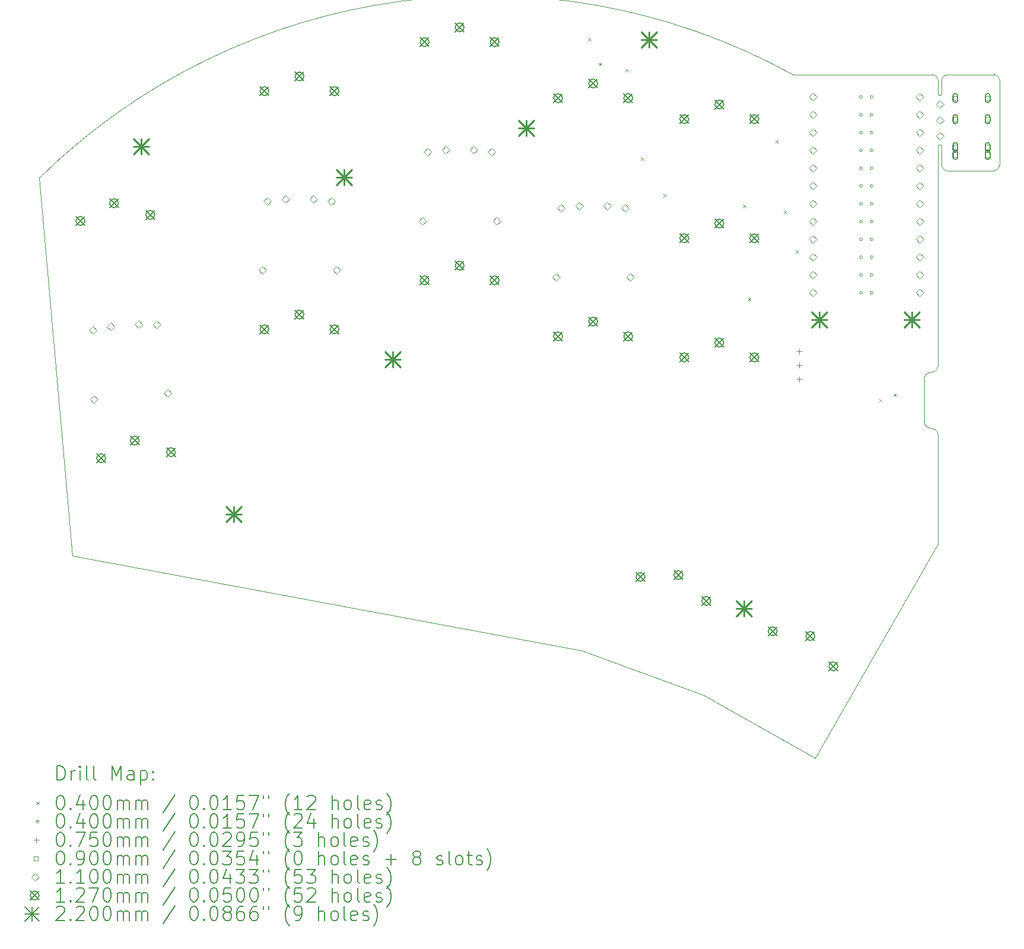
<source format=gbr>
%FSLAX45Y45*%
G04 Gerber Fmt 4.5, Leading zero omitted, Abs format (unit mm)*
G04 Created by KiCad (PCBNEW (6.0.4)) date 2022-07-01 16:07:05*
%MOMM*%
%LPD*%
G01*
G04 APERTURE LIST*
%TA.AperFunction,Profile*%
%ADD10C,0.050000*%
%TD*%
%ADD11C,0.200000*%
%ADD12C,0.040000*%
%ADD13C,0.075000*%
%ADD14C,0.090000*%
%ADD15C,0.110000*%
%ADD16C,0.127000*%
%ADD17C,0.220000*%
G04 APERTURE END LIST*
D10*
X13812426Y-12524195D02*
X14287561Y-17910769D01*
X27515337Y-12343949D02*
X27516000Y-11121000D01*
X26641000Y-17746000D02*
X26641000Y-16196697D01*
X26691000Y-12071000D02*
G75*
G03*
X26641000Y-12071000I-25000J-2241D01*
G01*
X26541000Y-15296000D02*
G75*
G03*
X26441000Y-15396000I270J-100270D01*
G01*
X26766000Y-11046000D02*
X27439918Y-11044469D01*
X26641001Y-11122531D02*
G75*
G03*
X26564918Y-11046000I-83291J-6719D01*
G01*
X26691000Y-12346000D02*
G75*
G03*
X26766000Y-12421000I81580J6580D01*
G01*
X26564918Y-11046000D02*
X24566000Y-11046000D01*
X26641000Y-11323091D02*
X26641000Y-11122531D01*
X21554000Y-19270000D02*
X23290000Y-19903000D01*
X26641000Y-12071000D02*
X26641000Y-15196000D01*
X26441000Y-15996000D02*
G75*
G03*
X26541000Y-16096000I99380J-620D01*
G01*
X23290000Y-19903000D02*
X24887000Y-20802000D01*
X27438806Y-12420028D02*
G75*
G03*
X27515337Y-12343949I-6717J83289D01*
G01*
X26766000Y-12421000D02*
X27438807Y-12420031D01*
X24566000Y-11046000D02*
G75*
G03*
X13812426Y-12524195I-4384341J-7958941D01*
G01*
X26641000Y-11323091D02*
G75*
G03*
X26691000Y-11323091I25000J2241D01*
G01*
X14287561Y-17910769D02*
X21554000Y-19270000D01*
X26691000Y-11323091D02*
X26691000Y-11121000D01*
X26441000Y-15396000D02*
X26441000Y-15996000D01*
X24887000Y-20802000D02*
X26641000Y-17746000D01*
X26766000Y-11046000D02*
G75*
G03*
X26691000Y-11121000I6580J-81580D01*
G01*
X26691000Y-12346000D02*
X26691000Y-12071000D01*
X26541000Y-15296000D02*
G75*
G03*
X26641000Y-15196000I-300J100300D01*
G01*
X26640996Y-16196697D02*
G75*
G03*
X26541000Y-16096000I-99756J937D01*
G01*
X27516001Y-11121000D02*
G75*
G03*
X27439918Y-11044469I-83291J-6720D01*
G01*
D11*
D12*
X21646000Y-10526000D02*
X21686000Y-10566000D01*
X21686000Y-10526000D02*
X21646000Y-10566000D01*
X21796000Y-10876000D02*
X21836000Y-10916000D01*
X21836000Y-10876000D02*
X21796000Y-10916000D01*
X22176000Y-10966000D02*
X22216000Y-11006000D01*
X22216000Y-10966000D02*
X22176000Y-11006000D01*
X22396000Y-12226000D02*
X22436000Y-12266000D01*
X22436000Y-12226000D02*
X22396000Y-12266000D01*
X22721000Y-12751000D02*
X22761000Y-12791000D01*
X22761000Y-12751000D02*
X22721000Y-12791000D01*
X23850730Y-12900730D02*
X23890730Y-12940730D01*
X23890730Y-12900730D02*
X23850730Y-12940730D01*
X23924770Y-14234770D02*
X23964770Y-14274770D01*
X23964770Y-14234770D02*
X23924770Y-14274770D01*
X24316000Y-11981000D02*
X24356000Y-12021000D01*
X24356000Y-11981000D02*
X24316000Y-12021000D01*
X24436000Y-12986000D02*
X24476000Y-13026000D01*
X24476000Y-12986000D02*
X24436000Y-13026000D01*
X24606000Y-13553540D02*
X24646000Y-13593540D01*
X24646000Y-13553540D02*
X24606000Y-13593540D01*
X25796000Y-15676000D02*
X25836000Y-15716000D01*
X25836000Y-15676000D02*
X25796000Y-15716000D01*
X26003500Y-15601000D02*
X26043500Y-15641000D01*
X26043500Y-15601000D02*
X26003500Y-15641000D01*
X25560800Y-11365000D02*
G75*
G03*
X25560800Y-11365000I-20000J0D01*
G01*
X25560800Y-11619000D02*
G75*
G03*
X25560800Y-11619000I-20000J0D01*
G01*
X25560800Y-11873000D02*
G75*
G03*
X25560800Y-11873000I-20000J0D01*
G01*
X25560800Y-12127000D02*
G75*
G03*
X25560800Y-12127000I-20000J0D01*
G01*
X25560800Y-12381000D02*
G75*
G03*
X25560800Y-12381000I-20000J0D01*
G01*
X25560800Y-12635000D02*
G75*
G03*
X25560800Y-12635000I-20000J0D01*
G01*
X25560800Y-12889000D02*
G75*
G03*
X25560800Y-12889000I-20000J0D01*
G01*
X25560800Y-13143000D02*
G75*
G03*
X25560800Y-13143000I-20000J0D01*
G01*
X25560800Y-13397000D02*
G75*
G03*
X25560800Y-13397000I-20000J0D01*
G01*
X25560800Y-13651000D02*
G75*
G03*
X25560800Y-13651000I-20000J0D01*
G01*
X25560800Y-13905000D02*
G75*
G03*
X25560800Y-13905000I-20000J0D01*
G01*
X25560800Y-14159000D02*
G75*
G03*
X25560800Y-14159000I-20000J0D01*
G01*
X25713200Y-11365000D02*
G75*
G03*
X25713200Y-11365000I-20000J0D01*
G01*
X25713200Y-11619000D02*
G75*
G03*
X25713200Y-11619000I-20000J0D01*
G01*
X25713200Y-11873000D02*
G75*
G03*
X25713200Y-11873000I-20000J0D01*
G01*
X25713200Y-12127000D02*
G75*
G03*
X25713200Y-12127000I-20000J0D01*
G01*
X25713200Y-12381000D02*
G75*
G03*
X25713200Y-12381000I-20000J0D01*
G01*
X25713200Y-12635000D02*
G75*
G03*
X25713200Y-12635000I-20000J0D01*
G01*
X25713200Y-12889000D02*
G75*
G03*
X25713200Y-12889000I-20000J0D01*
G01*
X25713200Y-13143000D02*
G75*
G03*
X25713200Y-13143000I-20000J0D01*
G01*
X25713200Y-13397000D02*
G75*
G03*
X25713200Y-13397000I-20000J0D01*
G01*
X25713200Y-13651000D02*
G75*
G03*
X25713200Y-13651000I-20000J0D01*
G01*
X25713200Y-13905000D02*
G75*
G03*
X25713200Y-13905000I-20000J0D01*
G01*
X25713200Y-14159000D02*
G75*
G03*
X25713200Y-14159000I-20000J0D01*
G01*
D13*
X24660000Y-14958000D02*
X24660000Y-15033000D01*
X24622500Y-14995500D02*
X24697500Y-14995500D01*
X24660000Y-15158000D02*
X24660000Y-15233000D01*
X24622500Y-15195500D02*
X24697500Y-15195500D01*
X24660000Y-15358000D02*
X24660000Y-15433000D01*
X24622500Y-15395500D02*
X24697500Y-15395500D01*
D14*
X26917820Y-11413820D02*
X26917820Y-11350180D01*
X26854180Y-11350180D01*
X26854180Y-11413820D01*
X26917820Y-11413820D01*
D11*
X26851000Y-11352000D02*
X26851000Y-11412000D01*
X26921000Y-11352000D02*
X26921000Y-11412000D01*
X26851000Y-11412000D02*
G75*
G03*
X26921000Y-11412000I35000J0D01*
G01*
X26921000Y-11352000D02*
G75*
G03*
X26851000Y-11352000I-35000J0D01*
G01*
D14*
X26917820Y-11713820D02*
X26917820Y-11650180D01*
X26854180Y-11650180D01*
X26854180Y-11713820D01*
X26917820Y-11713820D01*
D11*
X26851000Y-11652000D02*
X26851000Y-11712000D01*
X26921000Y-11652000D02*
X26921000Y-11712000D01*
X26851000Y-11712000D02*
G75*
G03*
X26921000Y-11712000I35000J0D01*
G01*
X26921000Y-11652000D02*
G75*
G03*
X26851000Y-11652000I-35000J0D01*
G01*
D14*
X26917820Y-12113820D02*
X26917820Y-12050180D01*
X26854180Y-12050180D01*
X26854180Y-12113820D01*
X26917820Y-12113820D01*
D11*
X26851000Y-12052000D02*
X26851000Y-12112000D01*
X26921000Y-12052000D02*
X26921000Y-12112000D01*
X26851000Y-12112000D02*
G75*
G03*
X26921000Y-12112000I35000J0D01*
G01*
X26921000Y-12052000D02*
G75*
G03*
X26851000Y-12052000I-35000J0D01*
G01*
D14*
X26917820Y-12223820D02*
X26917820Y-12160180D01*
X26854180Y-12160180D01*
X26854180Y-12223820D01*
X26917820Y-12223820D01*
D11*
X26851000Y-12162000D02*
X26851000Y-12222000D01*
X26921000Y-12162000D02*
X26921000Y-12222000D01*
X26851000Y-12222000D02*
G75*
G03*
X26921000Y-12222000I35000J0D01*
G01*
X26921000Y-12162000D02*
G75*
G03*
X26851000Y-12162000I-35000J0D01*
G01*
D14*
X27377820Y-11413820D02*
X27377820Y-11350180D01*
X27314180Y-11350180D01*
X27314180Y-11413820D01*
X27377820Y-11413820D01*
D11*
X27311000Y-11352000D02*
X27311000Y-11412000D01*
X27381000Y-11352000D02*
X27381000Y-11412000D01*
X27311000Y-11412000D02*
G75*
G03*
X27381000Y-11412000I35000J0D01*
G01*
X27381000Y-11352000D02*
G75*
G03*
X27311000Y-11352000I-35000J0D01*
G01*
D14*
X27377820Y-11713820D02*
X27377820Y-11650180D01*
X27314180Y-11650180D01*
X27314180Y-11713820D01*
X27377820Y-11713820D01*
D11*
X27311000Y-11652000D02*
X27311000Y-11712000D01*
X27381000Y-11652000D02*
X27381000Y-11712000D01*
X27311000Y-11712000D02*
G75*
G03*
X27381000Y-11712000I35000J0D01*
G01*
X27381000Y-11652000D02*
G75*
G03*
X27311000Y-11652000I-35000J0D01*
G01*
D14*
X27377820Y-12113820D02*
X27377820Y-12050180D01*
X27314180Y-12050180D01*
X27314180Y-12113820D01*
X27377820Y-12113820D01*
D11*
X27311000Y-12052000D02*
X27311000Y-12112000D01*
X27381000Y-12052000D02*
X27381000Y-12112000D01*
X27311000Y-12112000D02*
G75*
G03*
X27381000Y-12112000I35000J0D01*
G01*
X27381000Y-12052000D02*
G75*
G03*
X27311000Y-12052000I-35000J0D01*
G01*
D14*
X27377820Y-12223820D02*
X27377820Y-12160180D01*
X27314180Y-12160180D01*
X27314180Y-12223820D01*
X27377820Y-12223820D01*
D11*
X27311000Y-12162000D02*
X27311000Y-12222000D01*
X27381000Y-12162000D02*
X27381000Y-12222000D01*
X27311000Y-12222000D02*
G75*
G03*
X27381000Y-12222000I35000J0D01*
G01*
X27381000Y-12162000D02*
G75*
G03*
X27311000Y-12162000I-35000J0D01*
G01*
D15*
X14577830Y-14750739D02*
X14632830Y-14695739D01*
X14577830Y-14640739D01*
X14522830Y-14695739D01*
X14577830Y-14750739D01*
X14591952Y-15738266D02*
X14646952Y-15683266D01*
X14591952Y-15628266D01*
X14536952Y-15683266D01*
X14591952Y-15738266D01*
X14832234Y-14698367D02*
X14887234Y-14643367D01*
X14832234Y-14588367D01*
X14777234Y-14643367D01*
X14832234Y-14698367D01*
X15230711Y-14663505D02*
X15285711Y-14608505D01*
X15230711Y-14553505D01*
X15175711Y-14608505D01*
X15230711Y-14663505D01*
X15490344Y-14670905D02*
X15545344Y-14615905D01*
X15490344Y-14560905D01*
X15435344Y-14615905D01*
X15490344Y-14670905D01*
X15647919Y-15645881D02*
X15702919Y-15590881D01*
X15647919Y-15535881D01*
X15592919Y-15590881D01*
X15647919Y-15645881D01*
X16996000Y-13892000D02*
X17051000Y-13837000D01*
X16996000Y-13782000D01*
X16941000Y-13837000D01*
X16996000Y-13892000D01*
X17068000Y-12907000D02*
X17123000Y-12852000D01*
X17068000Y-12797000D01*
X17013000Y-12852000D01*
X17068000Y-12907000D01*
X17326000Y-12877000D02*
X17381000Y-12822000D01*
X17326000Y-12767000D01*
X17271000Y-12822000D01*
X17326000Y-12877000D01*
X17726000Y-12877000D02*
X17781000Y-12822000D01*
X17726000Y-12767000D01*
X17671000Y-12822000D01*
X17726000Y-12877000D01*
X17984000Y-12907000D02*
X18039000Y-12852000D01*
X17984000Y-12797000D01*
X17929000Y-12852000D01*
X17984000Y-12907000D01*
X18056000Y-13892000D02*
X18111000Y-13837000D01*
X18056000Y-13782000D01*
X18001000Y-13837000D01*
X18056000Y-13892000D01*
X19282000Y-13192000D02*
X19337000Y-13137000D01*
X19282000Y-13082000D01*
X19227000Y-13137000D01*
X19282000Y-13192000D01*
X19354000Y-12207000D02*
X19409000Y-12152000D01*
X19354000Y-12097000D01*
X19299000Y-12152000D01*
X19354000Y-12207000D01*
X19612000Y-12177000D02*
X19667000Y-12122000D01*
X19612000Y-12067000D01*
X19557000Y-12122000D01*
X19612000Y-12177000D01*
X20012000Y-12177000D02*
X20067000Y-12122000D01*
X20012000Y-12067000D01*
X19957000Y-12122000D01*
X20012000Y-12177000D01*
X20270000Y-12207000D02*
X20325000Y-12152000D01*
X20270000Y-12097000D01*
X20215000Y-12152000D01*
X20270000Y-12207000D01*
X20342000Y-13192000D02*
X20397000Y-13137000D01*
X20342000Y-13082000D01*
X20287000Y-13137000D01*
X20342000Y-13192000D01*
X21187000Y-13992000D02*
X21242000Y-13937000D01*
X21187000Y-13882000D01*
X21132000Y-13937000D01*
X21187000Y-13992000D01*
X21259000Y-13007000D02*
X21314000Y-12952000D01*
X21259000Y-12897000D01*
X21204000Y-12952000D01*
X21259000Y-13007000D01*
X21517000Y-12977000D02*
X21572000Y-12922000D01*
X21517000Y-12867000D01*
X21462000Y-12922000D01*
X21517000Y-12977000D01*
X21917000Y-12977000D02*
X21972000Y-12922000D01*
X21917000Y-12867000D01*
X21862000Y-12922000D01*
X21917000Y-12977000D01*
X22175000Y-13007000D02*
X22230000Y-12952000D01*
X22175000Y-12897000D01*
X22120000Y-12952000D01*
X22175000Y-13007000D01*
X22247000Y-13992000D02*
X22302000Y-13937000D01*
X22247000Y-13882000D01*
X22192000Y-13937000D01*
X22247000Y-13992000D01*
X24855000Y-11420000D02*
X24910000Y-11365000D01*
X24855000Y-11310000D01*
X24800000Y-11365000D01*
X24855000Y-11420000D01*
X24855000Y-11420000D02*
X24910000Y-11365000D01*
X24855000Y-11310000D01*
X24800000Y-11365000D01*
X24855000Y-11420000D01*
X24855000Y-11674000D02*
X24910000Y-11619000D01*
X24855000Y-11564000D01*
X24800000Y-11619000D01*
X24855000Y-11674000D01*
X24855000Y-11928000D02*
X24910000Y-11873000D01*
X24855000Y-11818000D01*
X24800000Y-11873000D01*
X24855000Y-11928000D01*
X24855000Y-12182000D02*
X24910000Y-12127000D01*
X24855000Y-12072000D01*
X24800000Y-12127000D01*
X24855000Y-12182000D01*
X24855000Y-12436000D02*
X24910000Y-12381000D01*
X24855000Y-12326000D01*
X24800000Y-12381000D01*
X24855000Y-12436000D01*
X24855000Y-12690000D02*
X24910000Y-12635000D01*
X24855000Y-12580000D01*
X24800000Y-12635000D01*
X24855000Y-12690000D01*
X24855000Y-12944000D02*
X24910000Y-12889000D01*
X24855000Y-12834000D01*
X24800000Y-12889000D01*
X24855000Y-12944000D01*
X24855000Y-13198000D02*
X24910000Y-13143000D01*
X24855000Y-13088000D01*
X24800000Y-13143000D01*
X24855000Y-13198000D01*
X24855000Y-13452000D02*
X24910000Y-13397000D01*
X24855000Y-13342000D01*
X24800000Y-13397000D01*
X24855000Y-13452000D01*
X24855000Y-13706000D02*
X24910000Y-13651000D01*
X24855000Y-13596000D01*
X24800000Y-13651000D01*
X24855000Y-13706000D01*
X24855000Y-13960000D02*
X24910000Y-13905000D01*
X24855000Y-13850000D01*
X24800000Y-13905000D01*
X24855000Y-13960000D01*
X24855000Y-14214000D02*
X24910000Y-14159000D01*
X24855000Y-14104000D01*
X24800000Y-14159000D01*
X24855000Y-14214000D01*
X26379000Y-11420000D02*
X26434000Y-11365000D01*
X26379000Y-11310000D01*
X26324000Y-11365000D01*
X26379000Y-11420000D01*
X26379000Y-11420000D02*
X26434000Y-11365000D01*
X26379000Y-11310000D01*
X26324000Y-11365000D01*
X26379000Y-11420000D01*
X26379000Y-11674000D02*
X26434000Y-11619000D01*
X26379000Y-11564000D01*
X26324000Y-11619000D01*
X26379000Y-11674000D01*
X26379000Y-11928000D02*
X26434000Y-11873000D01*
X26379000Y-11818000D01*
X26324000Y-11873000D01*
X26379000Y-11928000D01*
X26379000Y-12182000D02*
X26434000Y-12127000D01*
X26379000Y-12072000D01*
X26324000Y-12127000D01*
X26379000Y-12182000D01*
X26379000Y-12436000D02*
X26434000Y-12381000D01*
X26379000Y-12326000D01*
X26324000Y-12381000D01*
X26379000Y-12436000D01*
X26379000Y-12690000D02*
X26434000Y-12635000D01*
X26379000Y-12580000D01*
X26324000Y-12635000D01*
X26379000Y-12690000D01*
X26379000Y-12944000D02*
X26434000Y-12889000D01*
X26379000Y-12834000D01*
X26324000Y-12889000D01*
X26379000Y-12944000D01*
X26379000Y-13198000D02*
X26434000Y-13143000D01*
X26379000Y-13088000D01*
X26324000Y-13143000D01*
X26379000Y-13198000D01*
X26379000Y-13452000D02*
X26434000Y-13397000D01*
X26379000Y-13342000D01*
X26324000Y-13397000D01*
X26379000Y-13452000D01*
X26379000Y-13706000D02*
X26434000Y-13651000D01*
X26379000Y-13596000D01*
X26324000Y-13651000D01*
X26379000Y-13706000D01*
X26379000Y-13960000D02*
X26434000Y-13905000D01*
X26379000Y-13850000D01*
X26324000Y-13905000D01*
X26379000Y-13960000D01*
X26379000Y-14214000D02*
X26434000Y-14159000D01*
X26379000Y-14104000D01*
X26324000Y-14159000D01*
X26379000Y-14214000D01*
X26666000Y-11526000D02*
X26721000Y-11471000D01*
X26666000Y-11416000D01*
X26611000Y-11471000D01*
X26666000Y-11526000D01*
X26666000Y-11751000D02*
X26721000Y-11696000D01*
X26666000Y-11641000D01*
X26611000Y-11696000D01*
X26666000Y-11751000D01*
X26666000Y-11976000D02*
X26721000Y-11921000D01*
X26666000Y-11866000D01*
X26611000Y-11921000D01*
X26666000Y-11976000D01*
D16*
X14335655Y-13071874D02*
X14462655Y-13198874D01*
X14462655Y-13071874D02*
X14335655Y-13198874D01*
X14462655Y-13135374D02*
G75*
G03*
X14462655Y-13135374I-63500J0D01*
G01*
X14631985Y-16458936D02*
X14758985Y-16585936D01*
X14758985Y-16458936D02*
X14631985Y-16585936D01*
X14758985Y-16522436D02*
G75*
G03*
X14758985Y-16522436I-63500J0D01*
G01*
X14815450Y-12819095D02*
X14942450Y-12946095D01*
X14942450Y-12819095D02*
X14815450Y-12946095D01*
X14942450Y-12882595D02*
G75*
G03*
X14942450Y-12882595I-63500J0D01*
G01*
X14815450Y-12819095D02*
X14942450Y-12946095D01*
X14942450Y-12819095D02*
X14815450Y-12946095D01*
X14942450Y-12882595D02*
G75*
G03*
X14942450Y-12882595I-63500J0D01*
G01*
X15111779Y-16206157D02*
X15238779Y-16333157D01*
X15238779Y-16206157D02*
X15111779Y-16333157D01*
X15238779Y-16269657D02*
G75*
G03*
X15238779Y-16269657I-63500J0D01*
G01*
X15111779Y-16206157D02*
X15238779Y-16333157D01*
X15238779Y-16206157D02*
X15111779Y-16333157D01*
X15238779Y-16269657D02*
G75*
G03*
X15238779Y-16269657I-63500J0D01*
G01*
X15331850Y-12984718D02*
X15458850Y-13111718D01*
X15458850Y-12984718D02*
X15331850Y-13111718D01*
X15458850Y-13048218D02*
G75*
G03*
X15458850Y-13048218I-63500J0D01*
G01*
X15628180Y-16371780D02*
X15755180Y-16498780D01*
X15755180Y-16371780D02*
X15628180Y-16498780D01*
X15755180Y-16435280D02*
G75*
G03*
X15755180Y-16435280I-63500J0D01*
G01*
X16962500Y-11218500D02*
X17089500Y-11345500D01*
X17089500Y-11218500D02*
X16962500Y-11345500D01*
X17089500Y-11282000D02*
G75*
G03*
X17089500Y-11282000I-63500J0D01*
G01*
X16962500Y-14618500D02*
X17089500Y-14745500D01*
X17089500Y-14618500D02*
X16962500Y-14745500D01*
X17089500Y-14682000D02*
G75*
G03*
X17089500Y-14682000I-63500J0D01*
G01*
X17462500Y-11008500D02*
X17589500Y-11135500D01*
X17589500Y-11008500D02*
X17462500Y-11135500D01*
X17589500Y-11072000D02*
G75*
G03*
X17589500Y-11072000I-63500J0D01*
G01*
X17462500Y-11008500D02*
X17589500Y-11135500D01*
X17589500Y-11008500D02*
X17462500Y-11135500D01*
X17589500Y-11072000D02*
G75*
G03*
X17589500Y-11072000I-63500J0D01*
G01*
X17462500Y-14408500D02*
X17589500Y-14535500D01*
X17589500Y-14408500D02*
X17462500Y-14535500D01*
X17589500Y-14472000D02*
G75*
G03*
X17589500Y-14472000I-63500J0D01*
G01*
X17462500Y-14408500D02*
X17589500Y-14535500D01*
X17589500Y-14408500D02*
X17462500Y-14535500D01*
X17589500Y-14472000D02*
G75*
G03*
X17589500Y-14472000I-63500J0D01*
G01*
X17962500Y-11218500D02*
X18089500Y-11345500D01*
X18089500Y-11218500D02*
X17962500Y-11345500D01*
X18089500Y-11282000D02*
G75*
G03*
X18089500Y-11282000I-63500J0D01*
G01*
X17962500Y-14618500D02*
X18089500Y-14745500D01*
X18089500Y-14618500D02*
X17962500Y-14745500D01*
X18089500Y-14682000D02*
G75*
G03*
X18089500Y-14682000I-63500J0D01*
G01*
X19248500Y-10518500D02*
X19375500Y-10645500D01*
X19375500Y-10518500D02*
X19248500Y-10645500D01*
X19375500Y-10582000D02*
G75*
G03*
X19375500Y-10582000I-63500J0D01*
G01*
X19248500Y-13918500D02*
X19375500Y-14045500D01*
X19375500Y-13918500D02*
X19248500Y-14045500D01*
X19375500Y-13982000D02*
G75*
G03*
X19375500Y-13982000I-63500J0D01*
G01*
X19748500Y-10308500D02*
X19875500Y-10435500D01*
X19875500Y-10308500D02*
X19748500Y-10435500D01*
X19875500Y-10372000D02*
G75*
G03*
X19875500Y-10372000I-63500J0D01*
G01*
X19748500Y-10308500D02*
X19875500Y-10435500D01*
X19875500Y-10308500D02*
X19748500Y-10435500D01*
X19875500Y-10372000D02*
G75*
G03*
X19875500Y-10372000I-63500J0D01*
G01*
X19748500Y-13708500D02*
X19875500Y-13835500D01*
X19875500Y-13708500D02*
X19748500Y-13835500D01*
X19875500Y-13772000D02*
G75*
G03*
X19875500Y-13772000I-63500J0D01*
G01*
X19748500Y-13708500D02*
X19875500Y-13835500D01*
X19875500Y-13708500D02*
X19748500Y-13835500D01*
X19875500Y-13772000D02*
G75*
G03*
X19875500Y-13772000I-63500J0D01*
G01*
X20248500Y-10518500D02*
X20375500Y-10645500D01*
X20375500Y-10518500D02*
X20248500Y-10645500D01*
X20375500Y-10582000D02*
G75*
G03*
X20375500Y-10582000I-63500J0D01*
G01*
X20248500Y-13918500D02*
X20375500Y-14045500D01*
X20375500Y-13918500D02*
X20248500Y-14045500D01*
X20375500Y-13982000D02*
G75*
G03*
X20375500Y-13982000I-63500J0D01*
G01*
X21153500Y-11318500D02*
X21280500Y-11445500D01*
X21280500Y-11318500D02*
X21153500Y-11445500D01*
X21280500Y-11382000D02*
G75*
G03*
X21280500Y-11382000I-63500J0D01*
G01*
X21153500Y-14718500D02*
X21280500Y-14845500D01*
X21280500Y-14718500D02*
X21153500Y-14845500D01*
X21280500Y-14782000D02*
G75*
G03*
X21280500Y-14782000I-63500J0D01*
G01*
X21653500Y-11108500D02*
X21780500Y-11235500D01*
X21780500Y-11108500D02*
X21653500Y-11235500D01*
X21780500Y-11172000D02*
G75*
G03*
X21780500Y-11172000I-63500J0D01*
G01*
X21653500Y-11108500D02*
X21780500Y-11235500D01*
X21780500Y-11108500D02*
X21653500Y-11235500D01*
X21780500Y-11172000D02*
G75*
G03*
X21780500Y-11172000I-63500J0D01*
G01*
X21653500Y-14508500D02*
X21780500Y-14635500D01*
X21780500Y-14508500D02*
X21653500Y-14635500D01*
X21780500Y-14572000D02*
G75*
G03*
X21780500Y-14572000I-63500J0D01*
G01*
X21653500Y-14508500D02*
X21780500Y-14635500D01*
X21780500Y-14508500D02*
X21653500Y-14635500D01*
X21780500Y-14572000D02*
G75*
G03*
X21780500Y-14572000I-63500J0D01*
G01*
X22153500Y-11318500D02*
X22280500Y-11445500D01*
X22280500Y-11318500D02*
X22153500Y-11445500D01*
X22280500Y-11382000D02*
G75*
G03*
X22280500Y-11382000I-63500J0D01*
G01*
X22153500Y-14718500D02*
X22280500Y-14845500D01*
X22280500Y-14718500D02*
X22153500Y-14845500D01*
X22280500Y-14782000D02*
G75*
G03*
X22280500Y-14782000I-63500J0D01*
G01*
X22328568Y-18153043D02*
X22455568Y-18280043D01*
X22455568Y-18153043D02*
X22328568Y-18280043D01*
X22455568Y-18216543D02*
G75*
G03*
X22455568Y-18216543I-63500J0D01*
G01*
X22870239Y-18126718D02*
X22997239Y-18253718D01*
X22997239Y-18126718D02*
X22870239Y-18253718D01*
X22997239Y-18190218D02*
G75*
G03*
X22997239Y-18190218I-63500J0D01*
G01*
X22870239Y-18126718D02*
X22997239Y-18253718D01*
X22997239Y-18126718D02*
X22870239Y-18253718D01*
X22997239Y-18190218D02*
G75*
G03*
X22997239Y-18190218I-63500J0D01*
G01*
X22953500Y-11618500D02*
X23080500Y-11745500D01*
X23080500Y-11618500D02*
X22953500Y-11745500D01*
X23080500Y-11682000D02*
G75*
G03*
X23080500Y-11682000I-63500J0D01*
G01*
X22953500Y-13318500D02*
X23080500Y-13445500D01*
X23080500Y-13318500D02*
X22953500Y-13445500D01*
X23080500Y-13382000D02*
G75*
G03*
X23080500Y-13382000I-63500J0D01*
G01*
X22953500Y-15018500D02*
X23080500Y-15145500D01*
X23080500Y-15018500D02*
X22953500Y-15145500D01*
X23080500Y-15082000D02*
G75*
G03*
X23080500Y-15082000I-63500J0D01*
G01*
X23268261Y-18495063D02*
X23395261Y-18622063D01*
X23395261Y-18495063D02*
X23268261Y-18622063D01*
X23395261Y-18558563D02*
G75*
G03*
X23395261Y-18558563I-63500J0D01*
G01*
X23453500Y-11408500D02*
X23580500Y-11535500D01*
X23580500Y-11408500D02*
X23453500Y-11535500D01*
X23580500Y-11472000D02*
G75*
G03*
X23580500Y-11472000I-63500J0D01*
G01*
X23453500Y-11408500D02*
X23580500Y-11535500D01*
X23580500Y-11408500D02*
X23453500Y-11535500D01*
X23580500Y-11472000D02*
G75*
G03*
X23580500Y-11472000I-63500J0D01*
G01*
X23453500Y-13108500D02*
X23580500Y-13235500D01*
X23580500Y-13108500D02*
X23453500Y-13235500D01*
X23580500Y-13172000D02*
G75*
G03*
X23580500Y-13172000I-63500J0D01*
G01*
X23453500Y-13108500D02*
X23580500Y-13235500D01*
X23580500Y-13108500D02*
X23453500Y-13235500D01*
X23580500Y-13172000D02*
G75*
G03*
X23580500Y-13172000I-63500J0D01*
G01*
X23453500Y-14808500D02*
X23580500Y-14935500D01*
X23580500Y-14808500D02*
X23453500Y-14935500D01*
X23580500Y-14872000D02*
G75*
G03*
X23580500Y-14872000I-63500J0D01*
G01*
X23453500Y-14808500D02*
X23580500Y-14935500D01*
X23580500Y-14808500D02*
X23453500Y-14935500D01*
X23580500Y-14872000D02*
G75*
G03*
X23580500Y-14872000I-63500J0D01*
G01*
X23953500Y-11618500D02*
X24080500Y-11745500D01*
X24080500Y-11618500D02*
X23953500Y-11745500D01*
X24080500Y-11682000D02*
G75*
G03*
X24080500Y-11682000I-63500J0D01*
G01*
X23953500Y-13318500D02*
X24080500Y-13445500D01*
X24080500Y-13318500D02*
X23953500Y-13445500D01*
X24080500Y-13382000D02*
G75*
G03*
X24080500Y-13382000I-63500J0D01*
G01*
X23953500Y-15018500D02*
X24080500Y-15145500D01*
X24080500Y-15018500D02*
X23953500Y-15145500D01*
X24080500Y-15082000D02*
G75*
G03*
X24080500Y-15082000I-63500J0D01*
G01*
X24215184Y-18928417D02*
X24342184Y-19055417D01*
X24342184Y-18928417D02*
X24215184Y-19055417D01*
X24342184Y-18991917D02*
G75*
G03*
X24342184Y-18991917I-63500J0D01*
G01*
X24753196Y-18996552D02*
X24880196Y-19123552D01*
X24880196Y-18996552D02*
X24753196Y-19123552D01*
X24880196Y-19060052D02*
G75*
G03*
X24880196Y-19060052I-63500J0D01*
G01*
X24753196Y-18996552D02*
X24880196Y-19123552D01*
X24880196Y-18996552D02*
X24753196Y-19123552D01*
X24880196Y-19060052D02*
G75*
G03*
X24880196Y-19060052I-63500J0D01*
G01*
X25081209Y-19428417D02*
X25208209Y-19555417D01*
X25208209Y-19428417D02*
X25081209Y-19555417D01*
X25208209Y-19491917D02*
G75*
G03*
X25208209Y-19491917I-63500J0D01*
G01*
D17*
X15156000Y-11961000D02*
X15376000Y-12181000D01*
X15376000Y-11961000D02*
X15156000Y-12181000D01*
X15266000Y-11961000D02*
X15266000Y-12181000D01*
X15156000Y-12071000D02*
X15376000Y-12071000D01*
X16481000Y-17211000D02*
X16701000Y-17431000D01*
X16701000Y-17211000D02*
X16481000Y-17431000D01*
X16591000Y-17211000D02*
X16591000Y-17431000D01*
X16481000Y-17321000D02*
X16701000Y-17321000D01*
X18052222Y-12399500D02*
X18272222Y-12619500D01*
X18272222Y-12399500D02*
X18052222Y-12619500D01*
X18162222Y-12399500D02*
X18162222Y-12619500D01*
X18052222Y-12509500D02*
X18272222Y-12509500D01*
X18749500Y-15001778D02*
X18969500Y-15221778D01*
X18969500Y-15001778D02*
X18749500Y-15221778D01*
X18859500Y-15001778D02*
X18859500Y-15221778D01*
X18749500Y-15111778D02*
X18969500Y-15111778D01*
X20654500Y-11702222D02*
X20874500Y-11922222D01*
X20874500Y-11702222D02*
X20654500Y-11922222D01*
X20764500Y-11702222D02*
X20764500Y-11922222D01*
X20654500Y-11812222D02*
X20874500Y-11812222D01*
X22406000Y-10436000D02*
X22626000Y-10656000D01*
X22626000Y-10436000D02*
X22406000Y-10656000D01*
X22516000Y-10436000D02*
X22516000Y-10656000D01*
X22406000Y-10546000D02*
X22626000Y-10546000D01*
X23756000Y-18561000D02*
X23976000Y-18781000D01*
X23976000Y-18561000D02*
X23756000Y-18781000D01*
X23866000Y-18561000D02*
X23866000Y-18781000D01*
X23756000Y-18671000D02*
X23976000Y-18671000D01*
X24831000Y-14436000D02*
X25051000Y-14656000D01*
X25051000Y-14436000D02*
X24831000Y-14656000D01*
X24941000Y-14436000D02*
X24941000Y-14656000D01*
X24831000Y-14546000D02*
X25051000Y-14546000D01*
X26156000Y-14436000D02*
X26376000Y-14656000D01*
X26376000Y-14436000D02*
X26156000Y-14656000D01*
X26266000Y-14436000D02*
X26266000Y-14656000D01*
X26156000Y-14546000D02*
X26376000Y-14546000D01*
D11*
X14067545Y-21114976D02*
X14067545Y-20914976D01*
X14115164Y-20914976D01*
X14143736Y-20924500D01*
X14162783Y-20943548D01*
X14172307Y-20962595D01*
X14181831Y-21000690D01*
X14181831Y-21029262D01*
X14172307Y-21067357D01*
X14162783Y-21086405D01*
X14143736Y-21105452D01*
X14115164Y-21114976D01*
X14067545Y-21114976D01*
X14267545Y-21114976D02*
X14267545Y-20981643D01*
X14267545Y-21019738D02*
X14277069Y-21000690D01*
X14286593Y-20991167D01*
X14305640Y-20981643D01*
X14324688Y-20981643D01*
X14391355Y-21114976D02*
X14391355Y-20981643D01*
X14391355Y-20914976D02*
X14381831Y-20924500D01*
X14391355Y-20934024D01*
X14400878Y-20924500D01*
X14391355Y-20914976D01*
X14391355Y-20934024D01*
X14515164Y-21114976D02*
X14496117Y-21105452D01*
X14486593Y-21086405D01*
X14486593Y-20914976D01*
X14619926Y-21114976D02*
X14600878Y-21105452D01*
X14591355Y-21086405D01*
X14591355Y-20914976D01*
X14848498Y-21114976D02*
X14848498Y-20914976D01*
X14915164Y-21057833D01*
X14981831Y-20914976D01*
X14981831Y-21114976D01*
X15162783Y-21114976D02*
X15162783Y-21010214D01*
X15153259Y-20991167D01*
X15134212Y-20981643D01*
X15096117Y-20981643D01*
X15077069Y-20991167D01*
X15162783Y-21105452D02*
X15143736Y-21114976D01*
X15096117Y-21114976D01*
X15077069Y-21105452D01*
X15067545Y-21086405D01*
X15067545Y-21067357D01*
X15077069Y-21048310D01*
X15096117Y-21038786D01*
X15143736Y-21038786D01*
X15162783Y-21029262D01*
X15258021Y-20981643D02*
X15258021Y-21181643D01*
X15258021Y-20991167D02*
X15277069Y-20981643D01*
X15315164Y-20981643D01*
X15334212Y-20991167D01*
X15343736Y-21000690D01*
X15353259Y-21019738D01*
X15353259Y-21076881D01*
X15343736Y-21095929D01*
X15334212Y-21105452D01*
X15315164Y-21114976D01*
X15277069Y-21114976D01*
X15258021Y-21105452D01*
X15438974Y-21095929D02*
X15448498Y-21105452D01*
X15438974Y-21114976D01*
X15429450Y-21105452D01*
X15438974Y-21095929D01*
X15438974Y-21114976D01*
X15438974Y-20991167D02*
X15448498Y-21000690D01*
X15438974Y-21010214D01*
X15429450Y-21000690D01*
X15438974Y-20991167D01*
X15438974Y-21010214D01*
D12*
X13769926Y-21424500D02*
X13809926Y-21464500D01*
X13809926Y-21424500D02*
X13769926Y-21464500D01*
D11*
X14105640Y-21334976D02*
X14124688Y-21334976D01*
X14143736Y-21344500D01*
X14153259Y-21354024D01*
X14162783Y-21373071D01*
X14172307Y-21411167D01*
X14172307Y-21458786D01*
X14162783Y-21496881D01*
X14153259Y-21515929D01*
X14143736Y-21525452D01*
X14124688Y-21534976D01*
X14105640Y-21534976D01*
X14086593Y-21525452D01*
X14077069Y-21515929D01*
X14067545Y-21496881D01*
X14058021Y-21458786D01*
X14058021Y-21411167D01*
X14067545Y-21373071D01*
X14077069Y-21354024D01*
X14086593Y-21344500D01*
X14105640Y-21334976D01*
X14258021Y-21515929D02*
X14267545Y-21525452D01*
X14258021Y-21534976D01*
X14248498Y-21525452D01*
X14258021Y-21515929D01*
X14258021Y-21534976D01*
X14438974Y-21401643D02*
X14438974Y-21534976D01*
X14391355Y-21325452D02*
X14343736Y-21468310D01*
X14467545Y-21468310D01*
X14581831Y-21334976D02*
X14600878Y-21334976D01*
X14619926Y-21344500D01*
X14629450Y-21354024D01*
X14638974Y-21373071D01*
X14648498Y-21411167D01*
X14648498Y-21458786D01*
X14638974Y-21496881D01*
X14629450Y-21515929D01*
X14619926Y-21525452D01*
X14600878Y-21534976D01*
X14581831Y-21534976D01*
X14562783Y-21525452D01*
X14553259Y-21515929D01*
X14543736Y-21496881D01*
X14534212Y-21458786D01*
X14534212Y-21411167D01*
X14543736Y-21373071D01*
X14553259Y-21354024D01*
X14562783Y-21344500D01*
X14581831Y-21334976D01*
X14772307Y-21334976D02*
X14791355Y-21334976D01*
X14810402Y-21344500D01*
X14819926Y-21354024D01*
X14829450Y-21373071D01*
X14838974Y-21411167D01*
X14838974Y-21458786D01*
X14829450Y-21496881D01*
X14819926Y-21515929D01*
X14810402Y-21525452D01*
X14791355Y-21534976D01*
X14772307Y-21534976D01*
X14753259Y-21525452D01*
X14743736Y-21515929D01*
X14734212Y-21496881D01*
X14724688Y-21458786D01*
X14724688Y-21411167D01*
X14734212Y-21373071D01*
X14743736Y-21354024D01*
X14753259Y-21344500D01*
X14772307Y-21334976D01*
X14924688Y-21534976D02*
X14924688Y-21401643D01*
X14924688Y-21420690D02*
X14934212Y-21411167D01*
X14953259Y-21401643D01*
X14981831Y-21401643D01*
X15000878Y-21411167D01*
X15010402Y-21430214D01*
X15010402Y-21534976D01*
X15010402Y-21430214D02*
X15019926Y-21411167D01*
X15038974Y-21401643D01*
X15067545Y-21401643D01*
X15086593Y-21411167D01*
X15096117Y-21430214D01*
X15096117Y-21534976D01*
X15191355Y-21534976D02*
X15191355Y-21401643D01*
X15191355Y-21420690D02*
X15200878Y-21411167D01*
X15219926Y-21401643D01*
X15248498Y-21401643D01*
X15267545Y-21411167D01*
X15277069Y-21430214D01*
X15277069Y-21534976D01*
X15277069Y-21430214D02*
X15286593Y-21411167D01*
X15305640Y-21401643D01*
X15334212Y-21401643D01*
X15353259Y-21411167D01*
X15362783Y-21430214D01*
X15362783Y-21534976D01*
X15753259Y-21325452D02*
X15581831Y-21582595D01*
X16010402Y-21334976D02*
X16029450Y-21334976D01*
X16048498Y-21344500D01*
X16058021Y-21354024D01*
X16067545Y-21373071D01*
X16077069Y-21411167D01*
X16077069Y-21458786D01*
X16067545Y-21496881D01*
X16058021Y-21515929D01*
X16048498Y-21525452D01*
X16029450Y-21534976D01*
X16010402Y-21534976D01*
X15991355Y-21525452D01*
X15981831Y-21515929D01*
X15972307Y-21496881D01*
X15962783Y-21458786D01*
X15962783Y-21411167D01*
X15972307Y-21373071D01*
X15981831Y-21354024D01*
X15991355Y-21344500D01*
X16010402Y-21334976D01*
X16162783Y-21515929D02*
X16172307Y-21525452D01*
X16162783Y-21534976D01*
X16153259Y-21525452D01*
X16162783Y-21515929D01*
X16162783Y-21534976D01*
X16296117Y-21334976D02*
X16315164Y-21334976D01*
X16334212Y-21344500D01*
X16343736Y-21354024D01*
X16353259Y-21373071D01*
X16362783Y-21411167D01*
X16362783Y-21458786D01*
X16353259Y-21496881D01*
X16343736Y-21515929D01*
X16334212Y-21525452D01*
X16315164Y-21534976D01*
X16296117Y-21534976D01*
X16277069Y-21525452D01*
X16267545Y-21515929D01*
X16258021Y-21496881D01*
X16248498Y-21458786D01*
X16248498Y-21411167D01*
X16258021Y-21373071D01*
X16267545Y-21354024D01*
X16277069Y-21344500D01*
X16296117Y-21334976D01*
X16553259Y-21534976D02*
X16438974Y-21534976D01*
X16496117Y-21534976D02*
X16496117Y-21334976D01*
X16477069Y-21363548D01*
X16458021Y-21382595D01*
X16438974Y-21392119D01*
X16734212Y-21334976D02*
X16638974Y-21334976D01*
X16629450Y-21430214D01*
X16638974Y-21420690D01*
X16658021Y-21411167D01*
X16705640Y-21411167D01*
X16724688Y-21420690D01*
X16734212Y-21430214D01*
X16743736Y-21449262D01*
X16743736Y-21496881D01*
X16734212Y-21515929D01*
X16724688Y-21525452D01*
X16705640Y-21534976D01*
X16658021Y-21534976D01*
X16638974Y-21525452D01*
X16629450Y-21515929D01*
X16810402Y-21334976D02*
X16943736Y-21334976D01*
X16858021Y-21534976D01*
X17010402Y-21334976D02*
X17010402Y-21373071D01*
X17086593Y-21334976D02*
X17086593Y-21373071D01*
X17381831Y-21611167D02*
X17372307Y-21601643D01*
X17353260Y-21573071D01*
X17343736Y-21554024D01*
X17334212Y-21525452D01*
X17324688Y-21477833D01*
X17324688Y-21439738D01*
X17334212Y-21392119D01*
X17343736Y-21363548D01*
X17353260Y-21344500D01*
X17372307Y-21315929D01*
X17381831Y-21306405D01*
X17562783Y-21534976D02*
X17448498Y-21534976D01*
X17505640Y-21534976D02*
X17505640Y-21334976D01*
X17486593Y-21363548D01*
X17467545Y-21382595D01*
X17448498Y-21392119D01*
X17638974Y-21354024D02*
X17648498Y-21344500D01*
X17667545Y-21334976D01*
X17715164Y-21334976D01*
X17734212Y-21344500D01*
X17743736Y-21354024D01*
X17753260Y-21373071D01*
X17753260Y-21392119D01*
X17743736Y-21420690D01*
X17629450Y-21534976D01*
X17753260Y-21534976D01*
X17991355Y-21534976D02*
X17991355Y-21334976D01*
X18077069Y-21534976D02*
X18077069Y-21430214D01*
X18067545Y-21411167D01*
X18048498Y-21401643D01*
X18019926Y-21401643D01*
X18000879Y-21411167D01*
X17991355Y-21420690D01*
X18200879Y-21534976D02*
X18181831Y-21525452D01*
X18172307Y-21515929D01*
X18162783Y-21496881D01*
X18162783Y-21439738D01*
X18172307Y-21420690D01*
X18181831Y-21411167D01*
X18200879Y-21401643D01*
X18229450Y-21401643D01*
X18248498Y-21411167D01*
X18258021Y-21420690D01*
X18267545Y-21439738D01*
X18267545Y-21496881D01*
X18258021Y-21515929D01*
X18248498Y-21525452D01*
X18229450Y-21534976D01*
X18200879Y-21534976D01*
X18381831Y-21534976D02*
X18362783Y-21525452D01*
X18353260Y-21506405D01*
X18353260Y-21334976D01*
X18534212Y-21525452D02*
X18515164Y-21534976D01*
X18477069Y-21534976D01*
X18458021Y-21525452D01*
X18448498Y-21506405D01*
X18448498Y-21430214D01*
X18458021Y-21411167D01*
X18477069Y-21401643D01*
X18515164Y-21401643D01*
X18534212Y-21411167D01*
X18543736Y-21430214D01*
X18543736Y-21449262D01*
X18448498Y-21468310D01*
X18619926Y-21525452D02*
X18638974Y-21534976D01*
X18677069Y-21534976D01*
X18696117Y-21525452D01*
X18705640Y-21506405D01*
X18705640Y-21496881D01*
X18696117Y-21477833D01*
X18677069Y-21468310D01*
X18648498Y-21468310D01*
X18629450Y-21458786D01*
X18619926Y-21439738D01*
X18619926Y-21430214D01*
X18629450Y-21411167D01*
X18648498Y-21401643D01*
X18677069Y-21401643D01*
X18696117Y-21411167D01*
X18772307Y-21611167D02*
X18781831Y-21601643D01*
X18800879Y-21573071D01*
X18810402Y-21554024D01*
X18819926Y-21525452D01*
X18829450Y-21477833D01*
X18829450Y-21439738D01*
X18819926Y-21392119D01*
X18810402Y-21363548D01*
X18800879Y-21344500D01*
X18781831Y-21315929D01*
X18772307Y-21306405D01*
D12*
X13809926Y-21708500D02*
G75*
G03*
X13809926Y-21708500I-20000J0D01*
G01*
D11*
X14105640Y-21598976D02*
X14124688Y-21598976D01*
X14143736Y-21608500D01*
X14153259Y-21618024D01*
X14162783Y-21637071D01*
X14172307Y-21675167D01*
X14172307Y-21722786D01*
X14162783Y-21760881D01*
X14153259Y-21779929D01*
X14143736Y-21789452D01*
X14124688Y-21798976D01*
X14105640Y-21798976D01*
X14086593Y-21789452D01*
X14077069Y-21779929D01*
X14067545Y-21760881D01*
X14058021Y-21722786D01*
X14058021Y-21675167D01*
X14067545Y-21637071D01*
X14077069Y-21618024D01*
X14086593Y-21608500D01*
X14105640Y-21598976D01*
X14258021Y-21779929D02*
X14267545Y-21789452D01*
X14258021Y-21798976D01*
X14248498Y-21789452D01*
X14258021Y-21779929D01*
X14258021Y-21798976D01*
X14438974Y-21665643D02*
X14438974Y-21798976D01*
X14391355Y-21589452D02*
X14343736Y-21732310D01*
X14467545Y-21732310D01*
X14581831Y-21598976D02*
X14600878Y-21598976D01*
X14619926Y-21608500D01*
X14629450Y-21618024D01*
X14638974Y-21637071D01*
X14648498Y-21675167D01*
X14648498Y-21722786D01*
X14638974Y-21760881D01*
X14629450Y-21779929D01*
X14619926Y-21789452D01*
X14600878Y-21798976D01*
X14581831Y-21798976D01*
X14562783Y-21789452D01*
X14553259Y-21779929D01*
X14543736Y-21760881D01*
X14534212Y-21722786D01*
X14534212Y-21675167D01*
X14543736Y-21637071D01*
X14553259Y-21618024D01*
X14562783Y-21608500D01*
X14581831Y-21598976D01*
X14772307Y-21598976D02*
X14791355Y-21598976D01*
X14810402Y-21608500D01*
X14819926Y-21618024D01*
X14829450Y-21637071D01*
X14838974Y-21675167D01*
X14838974Y-21722786D01*
X14829450Y-21760881D01*
X14819926Y-21779929D01*
X14810402Y-21789452D01*
X14791355Y-21798976D01*
X14772307Y-21798976D01*
X14753259Y-21789452D01*
X14743736Y-21779929D01*
X14734212Y-21760881D01*
X14724688Y-21722786D01*
X14724688Y-21675167D01*
X14734212Y-21637071D01*
X14743736Y-21618024D01*
X14753259Y-21608500D01*
X14772307Y-21598976D01*
X14924688Y-21798976D02*
X14924688Y-21665643D01*
X14924688Y-21684690D02*
X14934212Y-21675167D01*
X14953259Y-21665643D01*
X14981831Y-21665643D01*
X15000878Y-21675167D01*
X15010402Y-21694214D01*
X15010402Y-21798976D01*
X15010402Y-21694214D02*
X15019926Y-21675167D01*
X15038974Y-21665643D01*
X15067545Y-21665643D01*
X15086593Y-21675167D01*
X15096117Y-21694214D01*
X15096117Y-21798976D01*
X15191355Y-21798976D02*
X15191355Y-21665643D01*
X15191355Y-21684690D02*
X15200878Y-21675167D01*
X15219926Y-21665643D01*
X15248498Y-21665643D01*
X15267545Y-21675167D01*
X15277069Y-21694214D01*
X15277069Y-21798976D01*
X15277069Y-21694214D02*
X15286593Y-21675167D01*
X15305640Y-21665643D01*
X15334212Y-21665643D01*
X15353259Y-21675167D01*
X15362783Y-21694214D01*
X15362783Y-21798976D01*
X15753259Y-21589452D02*
X15581831Y-21846595D01*
X16010402Y-21598976D02*
X16029450Y-21598976D01*
X16048498Y-21608500D01*
X16058021Y-21618024D01*
X16067545Y-21637071D01*
X16077069Y-21675167D01*
X16077069Y-21722786D01*
X16067545Y-21760881D01*
X16058021Y-21779929D01*
X16048498Y-21789452D01*
X16029450Y-21798976D01*
X16010402Y-21798976D01*
X15991355Y-21789452D01*
X15981831Y-21779929D01*
X15972307Y-21760881D01*
X15962783Y-21722786D01*
X15962783Y-21675167D01*
X15972307Y-21637071D01*
X15981831Y-21618024D01*
X15991355Y-21608500D01*
X16010402Y-21598976D01*
X16162783Y-21779929D02*
X16172307Y-21789452D01*
X16162783Y-21798976D01*
X16153259Y-21789452D01*
X16162783Y-21779929D01*
X16162783Y-21798976D01*
X16296117Y-21598976D02*
X16315164Y-21598976D01*
X16334212Y-21608500D01*
X16343736Y-21618024D01*
X16353259Y-21637071D01*
X16362783Y-21675167D01*
X16362783Y-21722786D01*
X16353259Y-21760881D01*
X16343736Y-21779929D01*
X16334212Y-21789452D01*
X16315164Y-21798976D01*
X16296117Y-21798976D01*
X16277069Y-21789452D01*
X16267545Y-21779929D01*
X16258021Y-21760881D01*
X16248498Y-21722786D01*
X16248498Y-21675167D01*
X16258021Y-21637071D01*
X16267545Y-21618024D01*
X16277069Y-21608500D01*
X16296117Y-21598976D01*
X16553259Y-21798976D02*
X16438974Y-21798976D01*
X16496117Y-21798976D02*
X16496117Y-21598976D01*
X16477069Y-21627548D01*
X16458021Y-21646595D01*
X16438974Y-21656119D01*
X16734212Y-21598976D02*
X16638974Y-21598976D01*
X16629450Y-21694214D01*
X16638974Y-21684690D01*
X16658021Y-21675167D01*
X16705640Y-21675167D01*
X16724688Y-21684690D01*
X16734212Y-21694214D01*
X16743736Y-21713262D01*
X16743736Y-21760881D01*
X16734212Y-21779929D01*
X16724688Y-21789452D01*
X16705640Y-21798976D01*
X16658021Y-21798976D01*
X16638974Y-21789452D01*
X16629450Y-21779929D01*
X16810402Y-21598976D02*
X16943736Y-21598976D01*
X16858021Y-21798976D01*
X17010402Y-21598976D02*
X17010402Y-21637071D01*
X17086593Y-21598976D02*
X17086593Y-21637071D01*
X17381831Y-21875167D02*
X17372307Y-21865643D01*
X17353260Y-21837071D01*
X17343736Y-21818024D01*
X17334212Y-21789452D01*
X17324688Y-21741833D01*
X17324688Y-21703738D01*
X17334212Y-21656119D01*
X17343736Y-21627548D01*
X17353260Y-21608500D01*
X17372307Y-21579929D01*
X17381831Y-21570405D01*
X17448498Y-21618024D02*
X17458021Y-21608500D01*
X17477069Y-21598976D01*
X17524688Y-21598976D01*
X17543736Y-21608500D01*
X17553260Y-21618024D01*
X17562783Y-21637071D01*
X17562783Y-21656119D01*
X17553260Y-21684690D01*
X17438974Y-21798976D01*
X17562783Y-21798976D01*
X17734212Y-21665643D02*
X17734212Y-21798976D01*
X17686593Y-21589452D02*
X17638974Y-21732310D01*
X17762783Y-21732310D01*
X17991355Y-21798976D02*
X17991355Y-21598976D01*
X18077069Y-21798976D02*
X18077069Y-21694214D01*
X18067545Y-21675167D01*
X18048498Y-21665643D01*
X18019926Y-21665643D01*
X18000879Y-21675167D01*
X17991355Y-21684690D01*
X18200879Y-21798976D02*
X18181831Y-21789452D01*
X18172307Y-21779929D01*
X18162783Y-21760881D01*
X18162783Y-21703738D01*
X18172307Y-21684690D01*
X18181831Y-21675167D01*
X18200879Y-21665643D01*
X18229450Y-21665643D01*
X18248498Y-21675167D01*
X18258021Y-21684690D01*
X18267545Y-21703738D01*
X18267545Y-21760881D01*
X18258021Y-21779929D01*
X18248498Y-21789452D01*
X18229450Y-21798976D01*
X18200879Y-21798976D01*
X18381831Y-21798976D02*
X18362783Y-21789452D01*
X18353260Y-21770405D01*
X18353260Y-21598976D01*
X18534212Y-21789452D02*
X18515164Y-21798976D01*
X18477069Y-21798976D01*
X18458021Y-21789452D01*
X18448498Y-21770405D01*
X18448498Y-21694214D01*
X18458021Y-21675167D01*
X18477069Y-21665643D01*
X18515164Y-21665643D01*
X18534212Y-21675167D01*
X18543736Y-21694214D01*
X18543736Y-21713262D01*
X18448498Y-21732310D01*
X18619926Y-21789452D02*
X18638974Y-21798976D01*
X18677069Y-21798976D01*
X18696117Y-21789452D01*
X18705640Y-21770405D01*
X18705640Y-21760881D01*
X18696117Y-21741833D01*
X18677069Y-21732310D01*
X18648498Y-21732310D01*
X18629450Y-21722786D01*
X18619926Y-21703738D01*
X18619926Y-21694214D01*
X18629450Y-21675167D01*
X18648498Y-21665643D01*
X18677069Y-21665643D01*
X18696117Y-21675167D01*
X18772307Y-21875167D02*
X18781831Y-21865643D01*
X18800879Y-21837071D01*
X18810402Y-21818024D01*
X18819926Y-21789452D01*
X18829450Y-21741833D01*
X18829450Y-21703738D01*
X18819926Y-21656119D01*
X18810402Y-21627548D01*
X18800879Y-21608500D01*
X18781831Y-21579929D01*
X18772307Y-21570405D01*
D13*
X13772426Y-21935000D02*
X13772426Y-22010000D01*
X13734926Y-21972500D02*
X13809926Y-21972500D01*
D11*
X14105640Y-21862976D02*
X14124688Y-21862976D01*
X14143736Y-21872500D01*
X14153259Y-21882024D01*
X14162783Y-21901071D01*
X14172307Y-21939167D01*
X14172307Y-21986786D01*
X14162783Y-22024881D01*
X14153259Y-22043929D01*
X14143736Y-22053452D01*
X14124688Y-22062976D01*
X14105640Y-22062976D01*
X14086593Y-22053452D01*
X14077069Y-22043929D01*
X14067545Y-22024881D01*
X14058021Y-21986786D01*
X14058021Y-21939167D01*
X14067545Y-21901071D01*
X14077069Y-21882024D01*
X14086593Y-21872500D01*
X14105640Y-21862976D01*
X14258021Y-22043929D02*
X14267545Y-22053452D01*
X14258021Y-22062976D01*
X14248498Y-22053452D01*
X14258021Y-22043929D01*
X14258021Y-22062976D01*
X14334212Y-21862976D02*
X14467545Y-21862976D01*
X14381831Y-22062976D01*
X14638974Y-21862976D02*
X14543736Y-21862976D01*
X14534212Y-21958214D01*
X14543736Y-21948690D01*
X14562783Y-21939167D01*
X14610402Y-21939167D01*
X14629450Y-21948690D01*
X14638974Y-21958214D01*
X14648498Y-21977262D01*
X14648498Y-22024881D01*
X14638974Y-22043929D01*
X14629450Y-22053452D01*
X14610402Y-22062976D01*
X14562783Y-22062976D01*
X14543736Y-22053452D01*
X14534212Y-22043929D01*
X14772307Y-21862976D02*
X14791355Y-21862976D01*
X14810402Y-21872500D01*
X14819926Y-21882024D01*
X14829450Y-21901071D01*
X14838974Y-21939167D01*
X14838974Y-21986786D01*
X14829450Y-22024881D01*
X14819926Y-22043929D01*
X14810402Y-22053452D01*
X14791355Y-22062976D01*
X14772307Y-22062976D01*
X14753259Y-22053452D01*
X14743736Y-22043929D01*
X14734212Y-22024881D01*
X14724688Y-21986786D01*
X14724688Y-21939167D01*
X14734212Y-21901071D01*
X14743736Y-21882024D01*
X14753259Y-21872500D01*
X14772307Y-21862976D01*
X14924688Y-22062976D02*
X14924688Y-21929643D01*
X14924688Y-21948690D02*
X14934212Y-21939167D01*
X14953259Y-21929643D01*
X14981831Y-21929643D01*
X15000878Y-21939167D01*
X15010402Y-21958214D01*
X15010402Y-22062976D01*
X15010402Y-21958214D02*
X15019926Y-21939167D01*
X15038974Y-21929643D01*
X15067545Y-21929643D01*
X15086593Y-21939167D01*
X15096117Y-21958214D01*
X15096117Y-22062976D01*
X15191355Y-22062976D02*
X15191355Y-21929643D01*
X15191355Y-21948690D02*
X15200878Y-21939167D01*
X15219926Y-21929643D01*
X15248498Y-21929643D01*
X15267545Y-21939167D01*
X15277069Y-21958214D01*
X15277069Y-22062976D01*
X15277069Y-21958214D02*
X15286593Y-21939167D01*
X15305640Y-21929643D01*
X15334212Y-21929643D01*
X15353259Y-21939167D01*
X15362783Y-21958214D01*
X15362783Y-22062976D01*
X15753259Y-21853452D02*
X15581831Y-22110595D01*
X16010402Y-21862976D02*
X16029450Y-21862976D01*
X16048498Y-21872500D01*
X16058021Y-21882024D01*
X16067545Y-21901071D01*
X16077069Y-21939167D01*
X16077069Y-21986786D01*
X16067545Y-22024881D01*
X16058021Y-22043929D01*
X16048498Y-22053452D01*
X16029450Y-22062976D01*
X16010402Y-22062976D01*
X15991355Y-22053452D01*
X15981831Y-22043929D01*
X15972307Y-22024881D01*
X15962783Y-21986786D01*
X15962783Y-21939167D01*
X15972307Y-21901071D01*
X15981831Y-21882024D01*
X15991355Y-21872500D01*
X16010402Y-21862976D01*
X16162783Y-22043929D02*
X16172307Y-22053452D01*
X16162783Y-22062976D01*
X16153259Y-22053452D01*
X16162783Y-22043929D01*
X16162783Y-22062976D01*
X16296117Y-21862976D02*
X16315164Y-21862976D01*
X16334212Y-21872500D01*
X16343736Y-21882024D01*
X16353259Y-21901071D01*
X16362783Y-21939167D01*
X16362783Y-21986786D01*
X16353259Y-22024881D01*
X16343736Y-22043929D01*
X16334212Y-22053452D01*
X16315164Y-22062976D01*
X16296117Y-22062976D01*
X16277069Y-22053452D01*
X16267545Y-22043929D01*
X16258021Y-22024881D01*
X16248498Y-21986786D01*
X16248498Y-21939167D01*
X16258021Y-21901071D01*
X16267545Y-21882024D01*
X16277069Y-21872500D01*
X16296117Y-21862976D01*
X16438974Y-21882024D02*
X16448498Y-21872500D01*
X16467545Y-21862976D01*
X16515164Y-21862976D01*
X16534212Y-21872500D01*
X16543736Y-21882024D01*
X16553259Y-21901071D01*
X16553259Y-21920119D01*
X16543736Y-21948690D01*
X16429450Y-22062976D01*
X16553259Y-22062976D01*
X16648498Y-22062976D02*
X16686593Y-22062976D01*
X16705640Y-22053452D01*
X16715164Y-22043929D01*
X16734212Y-22015357D01*
X16743736Y-21977262D01*
X16743736Y-21901071D01*
X16734212Y-21882024D01*
X16724688Y-21872500D01*
X16705640Y-21862976D01*
X16667545Y-21862976D01*
X16648498Y-21872500D01*
X16638974Y-21882024D01*
X16629450Y-21901071D01*
X16629450Y-21948690D01*
X16638974Y-21967738D01*
X16648498Y-21977262D01*
X16667545Y-21986786D01*
X16705640Y-21986786D01*
X16724688Y-21977262D01*
X16734212Y-21967738D01*
X16743736Y-21948690D01*
X16924688Y-21862976D02*
X16829450Y-21862976D01*
X16819926Y-21958214D01*
X16829450Y-21948690D01*
X16848498Y-21939167D01*
X16896117Y-21939167D01*
X16915164Y-21948690D01*
X16924688Y-21958214D01*
X16934212Y-21977262D01*
X16934212Y-22024881D01*
X16924688Y-22043929D01*
X16915164Y-22053452D01*
X16896117Y-22062976D01*
X16848498Y-22062976D01*
X16829450Y-22053452D01*
X16819926Y-22043929D01*
X17010402Y-21862976D02*
X17010402Y-21901071D01*
X17086593Y-21862976D02*
X17086593Y-21901071D01*
X17381831Y-22139167D02*
X17372307Y-22129643D01*
X17353260Y-22101071D01*
X17343736Y-22082024D01*
X17334212Y-22053452D01*
X17324688Y-22005833D01*
X17324688Y-21967738D01*
X17334212Y-21920119D01*
X17343736Y-21891548D01*
X17353260Y-21872500D01*
X17372307Y-21843929D01*
X17381831Y-21834405D01*
X17438974Y-21862976D02*
X17562783Y-21862976D01*
X17496117Y-21939167D01*
X17524688Y-21939167D01*
X17543736Y-21948690D01*
X17553260Y-21958214D01*
X17562783Y-21977262D01*
X17562783Y-22024881D01*
X17553260Y-22043929D01*
X17543736Y-22053452D01*
X17524688Y-22062976D01*
X17467545Y-22062976D01*
X17448498Y-22053452D01*
X17438974Y-22043929D01*
X17800879Y-22062976D02*
X17800879Y-21862976D01*
X17886593Y-22062976D02*
X17886593Y-21958214D01*
X17877069Y-21939167D01*
X17858021Y-21929643D01*
X17829450Y-21929643D01*
X17810402Y-21939167D01*
X17800879Y-21948690D01*
X18010402Y-22062976D02*
X17991355Y-22053452D01*
X17981831Y-22043929D01*
X17972307Y-22024881D01*
X17972307Y-21967738D01*
X17981831Y-21948690D01*
X17991355Y-21939167D01*
X18010402Y-21929643D01*
X18038974Y-21929643D01*
X18058021Y-21939167D01*
X18067545Y-21948690D01*
X18077069Y-21967738D01*
X18077069Y-22024881D01*
X18067545Y-22043929D01*
X18058021Y-22053452D01*
X18038974Y-22062976D01*
X18010402Y-22062976D01*
X18191355Y-22062976D02*
X18172307Y-22053452D01*
X18162783Y-22034405D01*
X18162783Y-21862976D01*
X18343736Y-22053452D02*
X18324688Y-22062976D01*
X18286593Y-22062976D01*
X18267545Y-22053452D01*
X18258021Y-22034405D01*
X18258021Y-21958214D01*
X18267545Y-21939167D01*
X18286593Y-21929643D01*
X18324688Y-21929643D01*
X18343736Y-21939167D01*
X18353260Y-21958214D01*
X18353260Y-21977262D01*
X18258021Y-21996310D01*
X18429450Y-22053452D02*
X18448498Y-22062976D01*
X18486593Y-22062976D01*
X18505640Y-22053452D01*
X18515164Y-22034405D01*
X18515164Y-22024881D01*
X18505640Y-22005833D01*
X18486593Y-21996310D01*
X18458021Y-21996310D01*
X18438974Y-21986786D01*
X18429450Y-21967738D01*
X18429450Y-21958214D01*
X18438974Y-21939167D01*
X18458021Y-21929643D01*
X18486593Y-21929643D01*
X18505640Y-21939167D01*
X18581831Y-22139167D02*
X18591355Y-22129643D01*
X18610402Y-22101071D01*
X18619926Y-22082024D01*
X18629450Y-22053452D01*
X18638974Y-22005833D01*
X18638974Y-21967738D01*
X18629450Y-21920119D01*
X18619926Y-21891548D01*
X18610402Y-21872500D01*
X18591355Y-21843929D01*
X18581831Y-21834405D01*
D14*
X13796746Y-22268320D02*
X13796746Y-22204680D01*
X13733106Y-22204680D01*
X13733106Y-22268320D01*
X13796746Y-22268320D01*
D11*
X14105640Y-22126976D02*
X14124688Y-22126976D01*
X14143736Y-22136500D01*
X14153259Y-22146024D01*
X14162783Y-22165071D01*
X14172307Y-22203167D01*
X14172307Y-22250786D01*
X14162783Y-22288881D01*
X14153259Y-22307929D01*
X14143736Y-22317452D01*
X14124688Y-22326976D01*
X14105640Y-22326976D01*
X14086593Y-22317452D01*
X14077069Y-22307929D01*
X14067545Y-22288881D01*
X14058021Y-22250786D01*
X14058021Y-22203167D01*
X14067545Y-22165071D01*
X14077069Y-22146024D01*
X14086593Y-22136500D01*
X14105640Y-22126976D01*
X14258021Y-22307929D02*
X14267545Y-22317452D01*
X14258021Y-22326976D01*
X14248498Y-22317452D01*
X14258021Y-22307929D01*
X14258021Y-22326976D01*
X14362783Y-22326976D02*
X14400878Y-22326976D01*
X14419926Y-22317452D01*
X14429450Y-22307929D01*
X14448498Y-22279357D01*
X14458021Y-22241262D01*
X14458021Y-22165071D01*
X14448498Y-22146024D01*
X14438974Y-22136500D01*
X14419926Y-22126976D01*
X14381831Y-22126976D01*
X14362783Y-22136500D01*
X14353259Y-22146024D01*
X14343736Y-22165071D01*
X14343736Y-22212690D01*
X14353259Y-22231738D01*
X14362783Y-22241262D01*
X14381831Y-22250786D01*
X14419926Y-22250786D01*
X14438974Y-22241262D01*
X14448498Y-22231738D01*
X14458021Y-22212690D01*
X14581831Y-22126976D02*
X14600878Y-22126976D01*
X14619926Y-22136500D01*
X14629450Y-22146024D01*
X14638974Y-22165071D01*
X14648498Y-22203167D01*
X14648498Y-22250786D01*
X14638974Y-22288881D01*
X14629450Y-22307929D01*
X14619926Y-22317452D01*
X14600878Y-22326976D01*
X14581831Y-22326976D01*
X14562783Y-22317452D01*
X14553259Y-22307929D01*
X14543736Y-22288881D01*
X14534212Y-22250786D01*
X14534212Y-22203167D01*
X14543736Y-22165071D01*
X14553259Y-22146024D01*
X14562783Y-22136500D01*
X14581831Y-22126976D01*
X14772307Y-22126976D02*
X14791355Y-22126976D01*
X14810402Y-22136500D01*
X14819926Y-22146024D01*
X14829450Y-22165071D01*
X14838974Y-22203167D01*
X14838974Y-22250786D01*
X14829450Y-22288881D01*
X14819926Y-22307929D01*
X14810402Y-22317452D01*
X14791355Y-22326976D01*
X14772307Y-22326976D01*
X14753259Y-22317452D01*
X14743736Y-22307929D01*
X14734212Y-22288881D01*
X14724688Y-22250786D01*
X14724688Y-22203167D01*
X14734212Y-22165071D01*
X14743736Y-22146024D01*
X14753259Y-22136500D01*
X14772307Y-22126976D01*
X14924688Y-22326976D02*
X14924688Y-22193643D01*
X14924688Y-22212690D02*
X14934212Y-22203167D01*
X14953259Y-22193643D01*
X14981831Y-22193643D01*
X15000878Y-22203167D01*
X15010402Y-22222214D01*
X15010402Y-22326976D01*
X15010402Y-22222214D02*
X15019926Y-22203167D01*
X15038974Y-22193643D01*
X15067545Y-22193643D01*
X15086593Y-22203167D01*
X15096117Y-22222214D01*
X15096117Y-22326976D01*
X15191355Y-22326976D02*
X15191355Y-22193643D01*
X15191355Y-22212690D02*
X15200878Y-22203167D01*
X15219926Y-22193643D01*
X15248498Y-22193643D01*
X15267545Y-22203167D01*
X15277069Y-22222214D01*
X15277069Y-22326976D01*
X15277069Y-22222214D02*
X15286593Y-22203167D01*
X15305640Y-22193643D01*
X15334212Y-22193643D01*
X15353259Y-22203167D01*
X15362783Y-22222214D01*
X15362783Y-22326976D01*
X15753259Y-22117452D02*
X15581831Y-22374595D01*
X16010402Y-22126976D02*
X16029450Y-22126976D01*
X16048498Y-22136500D01*
X16058021Y-22146024D01*
X16067545Y-22165071D01*
X16077069Y-22203167D01*
X16077069Y-22250786D01*
X16067545Y-22288881D01*
X16058021Y-22307929D01*
X16048498Y-22317452D01*
X16029450Y-22326976D01*
X16010402Y-22326976D01*
X15991355Y-22317452D01*
X15981831Y-22307929D01*
X15972307Y-22288881D01*
X15962783Y-22250786D01*
X15962783Y-22203167D01*
X15972307Y-22165071D01*
X15981831Y-22146024D01*
X15991355Y-22136500D01*
X16010402Y-22126976D01*
X16162783Y-22307929D02*
X16172307Y-22317452D01*
X16162783Y-22326976D01*
X16153259Y-22317452D01*
X16162783Y-22307929D01*
X16162783Y-22326976D01*
X16296117Y-22126976D02*
X16315164Y-22126976D01*
X16334212Y-22136500D01*
X16343736Y-22146024D01*
X16353259Y-22165071D01*
X16362783Y-22203167D01*
X16362783Y-22250786D01*
X16353259Y-22288881D01*
X16343736Y-22307929D01*
X16334212Y-22317452D01*
X16315164Y-22326976D01*
X16296117Y-22326976D01*
X16277069Y-22317452D01*
X16267545Y-22307929D01*
X16258021Y-22288881D01*
X16248498Y-22250786D01*
X16248498Y-22203167D01*
X16258021Y-22165071D01*
X16267545Y-22146024D01*
X16277069Y-22136500D01*
X16296117Y-22126976D01*
X16429450Y-22126976D02*
X16553259Y-22126976D01*
X16486593Y-22203167D01*
X16515164Y-22203167D01*
X16534212Y-22212690D01*
X16543736Y-22222214D01*
X16553259Y-22241262D01*
X16553259Y-22288881D01*
X16543736Y-22307929D01*
X16534212Y-22317452D01*
X16515164Y-22326976D01*
X16458021Y-22326976D01*
X16438974Y-22317452D01*
X16429450Y-22307929D01*
X16734212Y-22126976D02*
X16638974Y-22126976D01*
X16629450Y-22222214D01*
X16638974Y-22212690D01*
X16658021Y-22203167D01*
X16705640Y-22203167D01*
X16724688Y-22212690D01*
X16734212Y-22222214D01*
X16743736Y-22241262D01*
X16743736Y-22288881D01*
X16734212Y-22307929D01*
X16724688Y-22317452D01*
X16705640Y-22326976D01*
X16658021Y-22326976D01*
X16638974Y-22317452D01*
X16629450Y-22307929D01*
X16915164Y-22193643D02*
X16915164Y-22326976D01*
X16867545Y-22117452D02*
X16819926Y-22260310D01*
X16943736Y-22260310D01*
X17010402Y-22126976D02*
X17010402Y-22165071D01*
X17086593Y-22126976D02*
X17086593Y-22165071D01*
X17381831Y-22403167D02*
X17372307Y-22393643D01*
X17353260Y-22365071D01*
X17343736Y-22346024D01*
X17334212Y-22317452D01*
X17324688Y-22269833D01*
X17324688Y-22231738D01*
X17334212Y-22184119D01*
X17343736Y-22155548D01*
X17353260Y-22136500D01*
X17372307Y-22107929D01*
X17381831Y-22098405D01*
X17496117Y-22126976D02*
X17515164Y-22126976D01*
X17534212Y-22136500D01*
X17543736Y-22146024D01*
X17553260Y-22165071D01*
X17562783Y-22203167D01*
X17562783Y-22250786D01*
X17553260Y-22288881D01*
X17543736Y-22307929D01*
X17534212Y-22317452D01*
X17515164Y-22326976D01*
X17496117Y-22326976D01*
X17477069Y-22317452D01*
X17467545Y-22307929D01*
X17458021Y-22288881D01*
X17448498Y-22250786D01*
X17448498Y-22203167D01*
X17458021Y-22165071D01*
X17467545Y-22146024D01*
X17477069Y-22136500D01*
X17496117Y-22126976D01*
X17800879Y-22326976D02*
X17800879Y-22126976D01*
X17886593Y-22326976D02*
X17886593Y-22222214D01*
X17877069Y-22203167D01*
X17858021Y-22193643D01*
X17829450Y-22193643D01*
X17810402Y-22203167D01*
X17800879Y-22212690D01*
X18010402Y-22326976D02*
X17991355Y-22317452D01*
X17981831Y-22307929D01*
X17972307Y-22288881D01*
X17972307Y-22231738D01*
X17981831Y-22212690D01*
X17991355Y-22203167D01*
X18010402Y-22193643D01*
X18038974Y-22193643D01*
X18058021Y-22203167D01*
X18067545Y-22212690D01*
X18077069Y-22231738D01*
X18077069Y-22288881D01*
X18067545Y-22307929D01*
X18058021Y-22317452D01*
X18038974Y-22326976D01*
X18010402Y-22326976D01*
X18191355Y-22326976D02*
X18172307Y-22317452D01*
X18162783Y-22298405D01*
X18162783Y-22126976D01*
X18343736Y-22317452D02*
X18324688Y-22326976D01*
X18286593Y-22326976D01*
X18267545Y-22317452D01*
X18258021Y-22298405D01*
X18258021Y-22222214D01*
X18267545Y-22203167D01*
X18286593Y-22193643D01*
X18324688Y-22193643D01*
X18343736Y-22203167D01*
X18353260Y-22222214D01*
X18353260Y-22241262D01*
X18258021Y-22260310D01*
X18429450Y-22317452D02*
X18448498Y-22326976D01*
X18486593Y-22326976D01*
X18505640Y-22317452D01*
X18515164Y-22298405D01*
X18515164Y-22288881D01*
X18505640Y-22269833D01*
X18486593Y-22260310D01*
X18458021Y-22260310D01*
X18438974Y-22250786D01*
X18429450Y-22231738D01*
X18429450Y-22222214D01*
X18438974Y-22203167D01*
X18458021Y-22193643D01*
X18486593Y-22193643D01*
X18505640Y-22203167D01*
X18753260Y-22250786D02*
X18905640Y-22250786D01*
X18829450Y-22326976D02*
X18829450Y-22174595D01*
X19181831Y-22212690D02*
X19162783Y-22203167D01*
X19153260Y-22193643D01*
X19143736Y-22174595D01*
X19143736Y-22165071D01*
X19153260Y-22146024D01*
X19162783Y-22136500D01*
X19181831Y-22126976D01*
X19219926Y-22126976D01*
X19238974Y-22136500D01*
X19248498Y-22146024D01*
X19258021Y-22165071D01*
X19258021Y-22174595D01*
X19248498Y-22193643D01*
X19238974Y-22203167D01*
X19219926Y-22212690D01*
X19181831Y-22212690D01*
X19162783Y-22222214D01*
X19153260Y-22231738D01*
X19143736Y-22250786D01*
X19143736Y-22288881D01*
X19153260Y-22307929D01*
X19162783Y-22317452D01*
X19181831Y-22326976D01*
X19219926Y-22326976D01*
X19238974Y-22317452D01*
X19248498Y-22307929D01*
X19258021Y-22288881D01*
X19258021Y-22250786D01*
X19248498Y-22231738D01*
X19238974Y-22222214D01*
X19219926Y-22212690D01*
X19486593Y-22317452D02*
X19505640Y-22326976D01*
X19543736Y-22326976D01*
X19562783Y-22317452D01*
X19572307Y-22298405D01*
X19572307Y-22288881D01*
X19562783Y-22269833D01*
X19543736Y-22260310D01*
X19515164Y-22260310D01*
X19496117Y-22250786D01*
X19486593Y-22231738D01*
X19486593Y-22222214D01*
X19496117Y-22203167D01*
X19515164Y-22193643D01*
X19543736Y-22193643D01*
X19562783Y-22203167D01*
X19686593Y-22326976D02*
X19667545Y-22317452D01*
X19658021Y-22298405D01*
X19658021Y-22126976D01*
X19791355Y-22326976D02*
X19772307Y-22317452D01*
X19762783Y-22307929D01*
X19753260Y-22288881D01*
X19753260Y-22231738D01*
X19762783Y-22212690D01*
X19772307Y-22203167D01*
X19791355Y-22193643D01*
X19819926Y-22193643D01*
X19838974Y-22203167D01*
X19848498Y-22212690D01*
X19858021Y-22231738D01*
X19858021Y-22288881D01*
X19848498Y-22307929D01*
X19838974Y-22317452D01*
X19819926Y-22326976D01*
X19791355Y-22326976D01*
X19915164Y-22193643D02*
X19991355Y-22193643D01*
X19943736Y-22126976D02*
X19943736Y-22298405D01*
X19953260Y-22317452D01*
X19972307Y-22326976D01*
X19991355Y-22326976D01*
X20048498Y-22317452D02*
X20067545Y-22326976D01*
X20105640Y-22326976D01*
X20124688Y-22317452D01*
X20134212Y-22298405D01*
X20134212Y-22288881D01*
X20124688Y-22269833D01*
X20105640Y-22260310D01*
X20077069Y-22260310D01*
X20058021Y-22250786D01*
X20048498Y-22231738D01*
X20048498Y-22222214D01*
X20058021Y-22203167D01*
X20077069Y-22193643D01*
X20105640Y-22193643D01*
X20124688Y-22203167D01*
X20200879Y-22403167D02*
X20210402Y-22393643D01*
X20229450Y-22365071D01*
X20238974Y-22346024D01*
X20248498Y-22317452D01*
X20258021Y-22269833D01*
X20258021Y-22231738D01*
X20248498Y-22184119D01*
X20238974Y-22155548D01*
X20229450Y-22136500D01*
X20210402Y-22107929D01*
X20200879Y-22098405D01*
D15*
X13754926Y-22555500D02*
X13809926Y-22500500D01*
X13754926Y-22445500D01*
X13699926Y-22500500D01*
X13754926Y-22555500D01*
D11*
X14172307Y-22590976D02*
X14058021Y-22590976D01*
X14115164Y-22590976D02*
X14115164Y-22390976D01*
X14096117Y-22419548D01*
X14077069Y-22438595D01*
X14058021Y-22448119D01*
X14258021Y-22571928D02*
X14267545Y-22581452D01*
X14258021Y-22590976D01*
X14248498Y-22581452D01*
X14258021Y-22571928D01*
X14258021Y-22590976D01*
X14458021Y-22590976D02*
X14343736Y-22590976D01*
X14400878Y-22590976D02*
X14400878Y-22390976D01*
X14381831Y-22419548D01*
X14362783Y-22438595D01*
X14343736Y-22448119D01*
X14581831Y-22390976D02*
X14600878Y-22390976D01*
X14619926Y-22400500D01*
X14629450Y-22410024D01*
X14638974Y-22429071D01*
X14648498Y-22467167D01*
X14648498Y-22514786D01*
X14638974Y-22552881D01*
X14629450Y-22571928D01*
X14619926Y-22581452D01*
X14600878Y-22590976D01*
X14581831Y-22590976D01*
X14562783Y-22581452D01*
X14553259Y-22571928D01*
X14543736Y-22552881D01*
X14534212Y-22514786D01*
X14534212Y-22467167D01*
X14543736Y-22429071D01*
X14553259Y-22410024D01*
X14562783Y-22400500D01*
X14581831Y-22390976D01*
X14772307Y-22390976D02*
X14791355Y-22390976D01*
X14810402Y-22400500D01*
X14819926Y-22410024D01*
X14829450Y-22429071D01*
X14838974Y-22467167D01*
X14838974Y-22514786D01*
X14829450Y-22552881D01*
X14819926Y-22571928D01*
X14810402Y-22581452D01*
X14791355Y-22590976D01*
X14772307Y-22590976D01*
X14753259Y-22581452D01*
X14743736Y-22571928D01*
X14734212Y-22552881D01*
X14724688Y-22514786D01*
X14724688Y-22467167D01*
X14734212Y-22429071D01*
X14743736Y-22410024D01*
X14753259Y-22400500D01*
X14772307Y-22390976D01*
X14924688Y-22590976D02*
X14924688Y-22457643D01*
X14924688Y-22476690D02*
X14934212Y-22467167D01*
X14953259Y-22457643D01*
X14981831Y-22457643D01*
X15000878Y-22467167D01*
X15010402Y-22486214D01*
X15010402Y-22590976D01*
X15010402Y-22486214D02*
X15019926Y-22467167D01*
X15038974Y-22457643D01*
X15067545Y-22457643D01*
X15086593Y-22467167D01*
X15096117Y-22486214D01*
X15096117Y-22590976D01*
X15191355Y-22590976D02*
X15191355Y-22457643D01*
X15191355Y-22476690D02*
X15200878Y-22467167D01*
X15219926Y-22457643D01*
X15248498Y-22457643D01*
X15267545Y-22467167D01*
X15277069Y-22486214D01*
X15277069Y-22590976D01*
X15277069Y-22486214D02*
X15286593Y-22467167D01*
X15305640Y-22457643D01*
X15334212Y-22457643D01*
X15353259Y-22467167D01*
X15362783Y-22486214D01*
X15362783Y-22590976D01*
X15753259Y-22381452D02*
X15581831Y-22638595D01*
X16010402Y-22390976D02*
X16029450Y-22390976D01*
X16048498Y-22400500D01*
X16058021Y-22410024D01*
X16067545Y-22429071D01*
X16077069Y-22467167D01*
X16077069Y-22514786D01*
X16067545Y-22552881D01*
X16058021Y-22571928D01*
X16048498Y-22581452D01*
X16029450Y-22590976D01*
X16010402Y-22590976D01*
X15991355Y-22581452D01*
X15981831Y-22571928D01*
X15972307Y-22552881D01*
X15962783Y-22514786D01*
X15962783Y-22467167D01*
X15972307Y-22429071D01*
X15981831Y-22410024D01*
X15991355Y-22400500D01*
X16010402Y-22390976D01*
X16162783Y-22571928D02*
X16172307Y-22581452D01*
X16162783Y-22590976D01*
X16153259Y-22581452D01*
X16162783Y-22571928D01*
X16162783Y-22590976D01*
X16296117Y-22390976D02*
X16315164Y-22390976D01*
X16334212Y-22400500D01*
X16343736Y-22410024D01*
X16353259Y-22429071D01*
X16362783Y-22467167D01*
X16362783Y-22514786D01*
X16353259Y-22552881D01*
X16343736Y-22571928D01*
X16334212Y-22581452D01*
X16315164Y-22590976D01*
X16296117Y-22590976D01*
X16277069Y-22581452D01*
X16267545Y-22571928D01*
X16258021Y-22552881D01*
X16248498Y-22514786D01*
X16248498Y-22467167D01*
X16258021Y-22429071D01*
X16267545Y-22410024D01*
X16277069Y-22400500D01*
X16296117Y-22390976D01*
X16534212Y-22457643D02*
X16534212Y-22590976D01*
X16486593Y-22381452D02*
X16438974Y-22524309D01*
X16562783Y-22524309D01*
X16619926Y-22390976D02*
X16743736Y-22390976D01*
X16677069Y-22467167D01*
X16705640Y-22467167D01*
X16724688Y-22476690D01*
X16734212Y-22486214D01*
X16743736Y-22505262D01*
X16743736Y-22552881D01*
X16734212Y-22571928D01*
X16724688Y-22581452D01*
X16705640Y-22590976D01*
X16648498Y-22590976D01*
X16629450Y-22581452D01*
X16619926Y-22571928D01*
X16810402Y-22390976D02*
X16934212Y-22390976D01*
X16867545Y-22467167D01*
X16896117Y-22467167D01*
X16915164Y-22476690D01*
X16924688Y-22486214D01*
X16934212Y-22505262D01*
X16934212Y-22552881D01*
X16924688Y-22571928D01*
X16915164Y-22581452D01*
X16896117Y-22590976D01*
X16838974Y-22590976D01*
X16819926Y-22581452D01*
X16810402Y-22571928D01*
X17010402Y-22390976D02*
X17010402Y-22429071D01*
X17086593Y-22390976D02*
X17086593Y-22429071D01*
X17381831Y-22667167D02*
X17372307Y-22657643D01*
X17353260Y-22629071D01*
X17343736Y-22610024D01*
X17334212Y-22581452D01*
X17324688Y-22533833D01*
X17324688Y-22495738D01*
X17334212Y-22448119D01*
X17343736Y-22419548D01*
X17353260Y-22400500D01*
X17372307Y-22371928D01*
X17381831Y-22362405D01*
X17553260Y-22390976D02*
X17458021Y-22390976D01*
X17448498Y-22486214D01*
X17458021Y-22476690D01*
X17477069Y-22467167D01*
X17524688Y-22467167D01*
X17543736Y-22476690D01*
X17553260Y-22486214D01*
X17562783Y-22505262D01*
X17562783Y-22552881D01*
X17553260Y-22571928D01*
X17543736Y-22581452D01*
X17524688Y-22590976D01*
X17477069Y-22590976D01*
X17458021Y-22581452D01*
X17448498Y-22571928D01*
X17629450Y-22390976D02*
X17753260Y-22390976D01*
X17686593Y-22467167D01*
X17715164Y-22467167D01*
X17734212Y-22476690D01*
X17743736Y-22486214D01*
X17753260Y-22505262D01*
X17753260Y-22552881D01*
X17743736Y-22571928D01*
X17734212Y-22581452D01*
X17715164Y-22590976D01*
X17658021Y-22590976D01*
X17638974Y-22581452D01*
X17629450Y-22571928D01*
X17991355Y-22590976D02*
X17991355Y-22390976D01*
X18077069Y-22590976D02*
X18077069Y-22486214D01*
X18067545Y-22467167D01*
X18048498Y-22457643D01*
X18019926Y-22457643D01*
X18000879Y-22467167D01*
X17991355Y-22476690D01*
X18200879Y-22590976D02*
X18181831Y-22581452D01*
X18172307Y-22571928D01*
X18162783Y-22552881D01*
X18162783Y-22495738D01*
X18172307Y-22476690D01*
X18181831Y-22467167D01*
X18200879Y-22457643D01*
X18229450Y-22457643D01*
X18248498Y-22467167D01*
X18258021Y-22476690D01*
X18267545Y-22495738D01*
X18267545Y-22552881D01*
X18258021Y-22571928D01*
X18248498Y-22581452D01*
X18229450Y-22590976D01*
X18200879Y-22590976D01*
X18381831Y-22590976D02*
X18362783Y-22581452D01*
X18353260Y-22562405D01*
X18353260Y-22390976D01*
X18534212Y-22581452D02*
X18515164Y-22590976D01*
X18477069Y-22590976D01*
X18458021Y-22581452D01*
X18448498Y-22562405D01*
X18448498Y-22486214D01*
X18458021Y-22467167D01*
X18477069Y-22457643D01*
X18515164Y-22457643D01*
X18534212Y-22467167D01*
X18543736Y-22486214D01*
X18543736Y-22505262D01*
X18448498Y-22524309D01*
X18619926Y-22581452D02*
X18638974Y-22590976D01*
X18677069Y-22590976D01*
X18696117Y-22581452D01*
X18705640Y-22562405D01*
X18705640Y-22552881D01*
X18696117Y-22533833D01*
X18677069Y-22524309D01*
X18648498Y-22524309D01*
X18629450Y-22514786D01*
X18619926Y-22495738D01*
X18619926Y-22486214D01*
X18629450Y-22467167D01*
X18648498Y-22457643D01*
X18677069Y-22457643D01*
X18696117Y-22467167D01*
X18772307Y-22667167D02*
X18781831Y-22657643D01*
X18800879Y-22629071D01*
X18810402Y-22610024D01*
X18819926Y-22581452D01*
X18829450Y-22533833D01*
X18829450Y-22495738D01*
X18819926Y-22448119D01*
X18810402Y-22419548D01*
X18800879Y-22400500D01*
X18781831Y-22371928D01*
X18772307Y-22362405D01*
D16*
X13682926Y-22701000D02*
X13809926Y-22828000D01*
X13809926Y-22701000D02*
X13682926Y-22828000D01*
X13809926Y-22764500D02*
G75*
G03*
X13809926Y-22764500I-63500J0D01*
G01*
D11*
X14172307Y-22854976D02*
X14058021Y-22854976D01*
X14115164Y-22854976D02*
X14115164Y-22654976D01*
X14096117Y-22683548D01*
X14077069Y-22702595D01*
X14058021Y-22712119D01*
X14258021Y-22835928D02*
X14267545Y-22845452D01*
X14258021Y-22854976D01*
X14248498Y-22845452D01*
X14258021Y-22835928D01*
X14258021Y-22854976D01*
X14343736Y-22674024D02*
X14353259Y-22664500D01*
X14372307Y-22654976D01*
X14419926Y-22654976D01*
X14438974Y-22664500D01*
X14448498Y-22674024D01*
X14458021Y-22693071D01*
X14458021Y-22712119D01*
X14448498Y-22740690D01*
X14334212Y-22854976D01*
X14458021Y-22854976D01*
X14524688Y-22654976D02*
X14658021Y-22654976D01*
X14572307Y-22854976D01*
X14772307Y-22654976D02*
X14791355Y-22654976D01*
X14810402Y-22664500D01*
X14819926Y-22674024D01*
X14829450Y-22693071D01*
X14838974Y-22731167D01*
X14838974Y-22778786D01*
X14829450Y-22816881D01*
X14819926Y-22835928D01*
X14810402Y-22845452D01*
X14791355Y-22854976D01*
X14772307Y-22854976D01*
X14753259Y-22845452D01*
X14743736Y-22835928D01*
X14734212Y-22816881D01*
X14724688Y-22778786D01*
X14724688Y-22731167D01*
X14734212Y-22693071D01*
X14743736Y-22674024D01*
X14753259Y-22664500D01*
X14772307Y-22654976D01*
X14924688Y-22854976D02*
X14924688Y-22721643D01*
X14924688Y-22740690D02*
X14934212Y-22731167D01*
X14953259Y-22721643D01*
X14981831Y-22721643D01*
X15000878Y-22731167D01*
X15010402Y-22750214D01*
X15010402Y-22854976D01*
X15010402Y-22750214D02*
X15019926Y-22731167D01*
X15038974Y-22721643D01*
X15067545Y-22721643D01*
X15086593Y-22731167D01*
X15096117Y-22750214D01*
X15096117Y-22854976D01*
X15191355Y-22854976D02*
X15191355Y-22721643D01*
X15191355Y-22740690D02*
X15200878Y-22731167D01*
X15219926Y-22721643D01*
X15248498Y-22721643D01*
X15267545Y-22731167D01*
X15277069Y-22750214D01*
X15277069Y-22854976D01*
X15277069Y-22750214D02*
X15286593Y-22731167D01*
X15305640Y-22721643D01*
X15334212Y-22721643D01*
X15353259Y-22731167D01*
X15362783Y-22750214D01*
X15362783Y-22854976D01*
X15753259Y-22645452D02*
X15581831Y-22902595D01*
X16010402Y-22654976D02*
X16029450Y-22654976D01*
X16048498Y-22664500D01*
X16058021Y-22674024D01*
X16067545Y-22693071D01*
X16077069Y-22731167D01*
X16077069Y-22778786D01*
X16067545Y-22816881D01*
X16058021Y-22835928D01*
X16048498Y-22845452D01*
X16029450Y-22854976D01*
X16010402Y-22854976D01*
X15991355Y-22845452D01*
X15981831Y-22835928D01*
X15972307Y-22816881D01*
X15962783Y-22778786D01*
X15962783Y-22731167D01*
X15972307Y-22693071D01*
X15981831Y-22674024D01*
X15991355Y-22664500D01*
X16010402Y-22654976D01*
X16162783Y-22835928D02*
X16172307Y-22845452D01*
X16162783Y-22854976D01*
X16153259Y-22845452D01*
X16162783Y-22835928D01*
X16162783Y-22854976D01*
X16296117Y-22654976D02*
X16315164Y-22654976D01*
X16334212Y-22664500D01*
X16343736Y-22674024D01*
X16353259Y-22693071D01*
X16362783Y-22731167D01*
X16362783Y-22778786D01*
X16353259Y-22816881D01*
X16343736Y-22835928D01*
X16334212Y-22845452D01*
X16315164Y-22854976D01*
X16296117Y-22854976D01*
X16277069Y-22845452D01*
X16267545Y-22835928D01*
X16258021Y-22816881D01*
X16248498Y-22778786D01*
X16248498Y-22731167D01*
X16258021Y-22693071D01*
X16267545Y-22674024D01*
X16277069Y-22664500D01*
X16296117Y-22654976D01*
X16543736Y-22654976D02*
X16448498Y-22654976D01*
X16438974Y-22750214D01*
X16448498Y-22740690D01*
X16467545Y-22731167D01*
X16515164Y-22731167D01*
X16534212Y-22740690D01*
X16543736Y-22750214D01*
X16553259Y-22769262D01*
X16553259Y-22816881D01*
X16543736Y-22835928D01*
X16534212Y-22845452D01*
X16515164Y-22854976D01*
X16467545Y-22854976D01*
X16448498Y-22845452D01*
X16438974Y-22835928D01*
X16677069Y-22654976D02*
X16696117Y-22654976D01*
X16715164Y-22664500D01*
X16724688Y-22674024D01*
X16734212Y-22693071D01*
X16743736Y-22731167D01*
X16743736Y-22778786D01*
X16734212Y-22816881D01*
X16724688Y-22835928D01*
X16715164Y-22845452D01*
X16696117Y-22854976D01*
X16677069Y-22854976D01*
X16658021Y-22845452D01*
X16648498Y-22835928D01*
X16638974Y-22816881D01*
X16629450Y-22778786D01*
X16629450Y-22731167D01*
X16638974Y-22693071D01*
X16648498Y-22674024D01*
X16658021Y-22664500D01*
X16677069Y-22654976D01*
X16867545Y-22654976D02*
X16886593Y-22654976D01*
X16905640Y-22664500D01*
X16915164Y-22674024D01*
X16924688Y-22693071D01*
X16934212Y-22731167D01*
X16934212Y-22778786D01*
X16924688Y-22816881D01*
X16915164Y-22835928D01*
X16905640Y-22845452D01*
X16886593Y-22854976D01*
X16867545Y-22854976D01*
X16848498Y-22845452D01*
X16838974Y-22835928D01*
X16829450Y-22816881D01*
X16819926Y-22778786D01*
X16819926Y-22731167D01*
X16829450Y-22693071D01*
X16838974Y-22674024D01*
X16848498Y-22664500D01*
X16867545Y-22654976D01*
X17010402Y-22654976D02*
X17010402Y-22693071D01*
X17086593Y-22654976D02*
X17086593Y-22693071D01*
X17381831Y-22931167D02*
X17372307Y-22921643D01*
X17353260Y-22893071D01*
X17343736Y-22874024D01*
X17334212Y-22845452D01*
X17324688Y-22797833D01*
X17324688Y-22759738D01*
X17334212Y-22712119D01*
X17343736Y-22683548D01*
X17353260Y-22664500D01*
X17372307Y-22635928D01*
X17381831Y-22626405D01*
X17553260Y-22654976D02*
X17458021Y-22654976D01*
X17448498Y-22750214D01*
X17458021Y-22740690D01*
X17477069Y-22731167D01*
X17524688Y-22731167D01*
X17543736Y-22740690D01*
X17553260Y-22750214D01*
X17562783Y-22769262D01*
X17562783Y-22816881D01*
X17553260Y-22835928D01*
X17543736Y-22845452D01*
X17524688Y-22854976D01*
X17477069Y-22854976D01*
X17458021Y-22845452D01*
X17448498Y-22835928D01*
X17638974Y-22674024D02*
X17648498Y-22664500D01*
X17667545Y-22654976D01*
X17715164Y-22654976D01*
X17734212Y-22664500D01*
X17743736Y-22674024D01*
X17753260Y-22693071D01*
X17753260Y-22712119D01*
X17743736Y-22740690D01*
X17629450Y-22854976D01*
X17753260Y-22854976D01*
X17991355Y-22854976D02*
X17991355Y-22654976D01*
X18077069Y-22854976D02*
X18077069Y-22750214D01*
X18067545Y-22731167D01*
X18048498Y-22721643D01*
X18019926Y-22721643D01*
X18000879Y-22731167D01*
X17991355Y-22740690D01*
X18200879Y-22854976D02*
X18181831Y-22845452D01*
X18172307Y-22835928D01*
X18162783Y-22816881D01*
X18162783Y-22759738D01*
X18172307Y-22740690D01*
X18181831Y-22731167D01*
X18200879Y-22721643D01*
X18229450Y-22721643D01*
X18248498Y-22731167D01*
X18258021Y-22740690D01*
X18267545Y-22759738D01*
X18267545Y-22816881D01*
X18258021Y-22835928D01*
X18248498Y-22845452D01*
X18229450Y-22854976D01*
X18200879Y-22854976D01*
X18381831Y-22854976D02*
X18362783Y-22845452D01*
X18353260Y-22826405D01*
X18353260Y-22654976D01*
X18534212Y-22845452D02*
X18515164Y-22854976D01*
X18477069Y-22854976D01*
X18458021Y-22845452D01*
X18448498Y-22826405D01*
X18448498Y-22750214D01*
X18458021Y-22731167D01*
X18477069Y-22721643D01*
X18515164Y-22721643D01*
X18534212Y-22731167D01*
X18543736Y-22750214D01*
X18543736Y-22769262D01*
X18448498Y-22788309D01*
X18619926Y-22845452D02*
X18638974Y-22854976D01*
X18677069Y-22854976D01*
X18696117Y-22845452D01*
X18705640Y-22826405D01*
X18705640Y-22816881D01*
X18696117Y-22797833D01*
X18677069Y-22788309D01*
X18648498Y-22788309D01*
X18629450Y-22778786D01*
X18619926Y-22759738D01*
X18619926Y-22750214D01*
X18629450Y-22731167D01*
X18648498Y-22721643D01*
X18677069Y-22721643D01*
X18696117Y-22731167D01*
X18772307Y-22931167D02*
X18781831Y-22921643D01*
X18800879Y-22893071D01*
X18810402Y-22874024D01*
X18819926Y-22845452D01*
X18829450Y-22797833D01*
X18829450Y-22759738D01*
X18819926Y-22712119D01*
X18810402Y-22683548D01*
X18800879Y-22664500D01*
X18781831Y-22635928D01*
X18772307Y-22626405D01*
X13609926Y-22928500D02*
X13809926Y-23128500D01*
X13809926Y-22928500D02*
X13609926Y-23128500D01*
X13709926Y-22928500D02*
X13709926Y-23128500D01*
X13609926Y-23028500D02*
X13809926Y-23028500D01*
X14058021Y-22938024D02*
X14067545Y-22928500D01*
X14086593Y-22918976D01*
X14134212Y-22918976D01*
X14153259Y-22928500D01*
X14162783Y-22938024D01*
X14172307Y-22957071D01*
X14172307Y-22976119D01*
X14162783Y-23004690D01*
X14048498Y-23118976D01*
X14172307Y-23118976D01*
X14258021Y-23099928D02*
X14267545Y-23109452D01*
X14258021Y-23118976D01*
X14248498Y-23109452D01*
X14258021Y-23099928D01*
X14258021Y-23118976D01*
X14343736Y-22938024D02*
X14353259Y-22928500D01*
X14372307Y-22918976D01*
X14419926Y-22918976D01*
X14438974Y-22928500D01*
X14448498Y-22938024D01*
X14458021Y-22957071D01*
X14458021Y-22976119D01*
X14448498Y-23004690D01*
X14334212Y-23118976D01*
X14458021Y-23118976D01*
X14581831Y-22918976D02*
X14600878Y-22918976D01*
X14619926Y-22928500D01*
X14629450Y-22938024D01*
X14638974Y-22957071D01*
X14648498Y-22995167D01*
X14648498Y-23042786D01*
X14638974Y-23080881D01*
X14629450Y-23099928D01*
X14619926Y-23109452D01*
X14600878Y-23118976D01*
X14581831Y-23118976D01*
X14562783Y-23109452D01*
X14553259Y-23099928D01*
X14543736Y-23080881D01*
X14534212Y-23042786D01*
X14534212Y-22995167D01*
X14543736Y-22957071D01*
X14553259Y-22938024D01*
X14562783Y-22928500D01*
X14581831Y-22918976D01*
X14772307Y-22918976D02*
X14791355Y-22918976D01*
X14810402Y-22928500D01*
X14819926Y-22938024D01*
X14829450Y-22957071D01*
X14838974Y-22995167D01*
X14838974Y-23042786D01*
X14829450Y-23080881D01*
X14819926Y-23099928D01*
X14810402Y-23109452D01*
X14791355Y-23118976D01*
X14772307Y-23118976D01*
X14753259Y-23109452D01*
X14743736Y-23099928D01*
X14734212Y-23080881D01*
X14724688Y-23042786D01*
X14724688Y-22995167D01*
X14734212Y-22957071D01*
X14743736Y-22938024D01*
X14753259Y-22928500D01*
X14772307Y-22918976D01*
X14924688Y-23118976D02*
X14924688Y-22985643D01*
X14924688Y-23004690D02*
X14934212Y-22995167D01*
X14953259Y-22985643D01*
X14981831Y-22985643D01*
X15000878Y-22995167D01*
X15010402Y-23014214D01*
X15010402Y-23118976D01*
X15010402Y-23014214D02*
X15019926Y-22995167D01*
X15038974Y-22985643D01*
X15067545Y-22985643D01*
X15086593Y-22995167D01*
X15096117Y-23014214D01*
X15096117Y-23118976D01*
X15191355Y-23118976D02*
X15191355Y-22985643D01*
X15191355Y-23004690D02*
X15200878Y-22995167D01*
X15219926Y-22985643D01*
X15248498Y-22985643D01*
X15267545Y-22995167D01*
X15277069Y-23014214D01*
X15277069Y-23118976D01*
X15277069Y-23014214D02*
X15286593Y-22995167D01*
X15305640Y-22985643D01*
X15334212Y-22985643D01*
X15353259Y-22995167D01*
X15362783Y-23014214D01*
X15362783Y-23118976D01*
X15753259Y-22909452D02*
X15581831Y-23166595D01*
X16010402Y-22918976D02*
X16029450Y-22918976D01*
X16048498Y-22928500D01*
X16058021Y-22938024D01*
X16067545Y-22957071D01*
X16077069Y-22995167D01*
X16077069Y-23042786D01*
X16067545Y-23080881D01*
X16058021Y-23099928D01*
X16048498Y-23109452D01*
X16029450Y-23118976D01*
X16010402Y-23118976D01*
X15991355Y-23109452D01*
X15981831Y-23099928D01*
X15972307Y-23080881D01*
X15962783Y-23042786D01*
X15962783Y-22995167D01*
X15972307Y-22957071D01*
X15981831Y-22938024D01*
X15991355Y-22928500D01*
X16010402Y-22918976D01*
X16162783Y-23099928D02*
X16172307Y-23109452D01*
X16162783Y-23118976D01*
X16153259Y-23109452D01*
X16162783Y-23099928D01*
X16162783Y-23118976D01*
X16296117Y-22918976D02*
X16315164Y-22918976D01*
X16334212Y-22928500D01*
X16343736Y-22938024D01*
X16353259Y-22957071D01*
X16362783Y-22995167D01*
X16362783Y-23042786D01*
X16353259Y-23080881D01*
X16343736Y-23099928D01*
X16334212Y-23109452D01*
X16315164Y-23118976D01*
X16296117Y-23118976D01*
X16277069Y-23109452D01*
X16267545Y-23099928D01*
X16258021Y-23080881D01*
X16248498Y-23042786D01*
X16248498Y-22995167D01*
X16258021Y-22957071D01*
X16267545Y-22938024D01*
X16277069Y-22928500D01*
X16296117Y-22918976D01*
X16477069Y-23004690D02*
X16458021Y-22995167D01*
X16448498Y-22985643D01*
X16438974Y-22966595D01*
X16438974Y-22957071D01*
X16448498Y-22938024D01*
X16458021Y-22928500D01*
X16477069Y-22918976D01*
X16515164Y-22918976D01*
X16534212Y-22928500D01*
X16543736Y-22938024D01*
X16553259Y-22957071D01*
X16553259Y-22966595D01*
X16543736Y-22985643D01*
X16534212Y-22995167D01*
X16515164Y-23004690D01*
X16477069Y-23004690D01*
X16458021Y-23014214D01*
X16448498Y-23023738D01*
X16438974Y-23042786D01*
X16438974Y-23080881D01*
X16448498Y-23099928D01*
X16458021Y-23109452D01*
X16477069Y-23118976D01*
X16515164Y-23118976D01*
X16534212Y-23109452D01*
X16543736Y-23099928D01*
X16553259Y-23080881D01*
X16553259Y-23042786D01*
X16543736Y-23023738D01*
X16534212Y-23014214D01*
X16515164Y-23004690D01*
X16724688Y-22918976D02*
X16686593Y-22918976D01*
X16667545Y-22928500D01*
X16658021Y-22938024D01*
X16638974Y-22966595D01*
X16629450Y-23004690D01*
X16629450Y-23080881D01*
X16638974Y-23099928D01*
X16648498Y-23109452D01*
X16667545Y-23118976D01*
X16705640Y-23118976D01*
X16724688Y-23109452D01*
X16734212Y-23099928D01*
X16743736Y-23080881D01*
X16743736Y-23033262D01*
X16734212Y-23014214D01*
X16724688Y-23004690D01*
X16705640Y-22995167D01*
X16667545Y-22995167D01*
X16648498Y-23004690D01*
X16638974Y-23014214D01*
X16629450Y-23033262D01*
X16915164Y-22918976D02*
X16877069Y-22918976D01*
X16858021Y-22928500D01*
X16848498Y-22938024D01*
X16829450Y-22966595D01*
X16819926Y-23004690D01*
X16819926Y-23080881D01*
X16829450Y-23099928D01*
X16838974Y-23109452D01*
X16858021Y-23118976D01*
X16896117Y-23118976D01*
X16915164Y-23109452D01*
X16924688Y-23099928D01*
X16934212Y-23080881D01*
X16934212Y-23033262D01*
X16924688Y-23014214D01*
X16915164Y-23004690D01*
X16896117Y-22995167D01*
X16858021Y-22995167D01*
X16838974Y-23004690D01*
X16829450Y-23014214D01*
X16819926Y-23033262D01*
X17010402Y-22918976D02*
X17010402Y-22957071D01*
X17086593Y-22918976D02*
X17086593Y-22957071D01*
X17381831Y-23195167D02*
X17372307Y-23185643D01*
X17353260Y-23157071D01*
X17343736Y-23138024D01*
X17334212Y-23109452D01*
X17324688Y-23061833D01*
X17324688Y-23023738D01*
X17334212Y-22976119D01*
X17343736Y-22947548D01*
X17353260Y-22928500D01*
X17372307Y-22899928D01*
X17381831Y-22890405D01*
X17467545Y-23118976D02*
X17505640Y-23118976D01*
X17524688Y-23109452D01*
X17534212Y-23099928D01*
X17553260Y-23071357D01*
X17562783Y-23033262D01*
X17562783Y-22957071D01*
X17553260Y-22938024D01*
X17543736Y-22928500D01*
X17524688Y-22918976D01*
X17486593Y-22918976D01*
X17467545Y-22928500D01*
X17458021Y-22938024D01*
X17448498Y-22957071D01*
X17448498Y-23004690D01*
X17458021Y-23023738D01*
X17467545Y-23033262D01*
X17486593Y-23042786D01*
X17524688Y-23042786D01*
X17543736Y-23033262D01*
X17553260Y-23023738D01*
X17562783Y-23004690D01*
X17800879Y-23118976D02*
X17800879Y-22918976D01*
X17886593Y-23118976D02*
X17886593Y-23014214D01*
X17877069Y-22995167D01*
X17858021Y-22985643D01*
X17829450Y-22985643D01*
X17810402Y-22995167D01*
X17800879Y-23004690D01*
X18010402Y-23118976D02*
X17991355Y-23109452D01*
X17981831Y-23099928D01*
X17972307Y-23080881D01*
X17972307Y-23023738D01*
X17981831Y-23004690D01*
X17991355Y-22995167D01*
X18010402Y-22985643D01*
X18038974Y-22985643D01*
X18058021Y-22995167D01*
X18067545Y-23004690D01*
X18077069Y-23023738D01*
X18077069Y-23080881D01*
X18067545Y-23099928D01*
X18058021Y-23109452D01*
X18038974Y-23118976D01*
X18010402Y-23118976D01*
X18191355Y-23118976D02*
X18172307Y-23109452D01*
X18162783Y-23090405D01*
X18162783Y-22918976D01*
X18343736Y-23109452D02*
X18324688Y-23118976D01*
X18286593Y-23118976D01*
X18267545Y-23109452D01*
X18258021Y-23090405D01*
X18258021Y-23014214D01*
X18267545Y-22995167D01*
X18286593Y-22985643D01*
X18324688Y-22985643D01*
X18343736Y-22995167D01*
X18353260Y-23014214D01*
X18353260Y-23033262D01*
X18258021Y-23052309D01*
X18429450Y-23109452D02*
X18448498Y-23118976D01*
X18486593Y-23118976D01*
X18505640Y-23109452D01*
X18515164Y-23090405D01*
X18515164Y-23080881D01*
X18505640Y-23061833D01*
X18486593Y-23052309D01*
X18458021Y-23052309D01*
X18438974Y-23042786D01*
X18429450Y-23023738D01*
X18429450Y-23014214D01*
X18438974Y-22995167D01*
X18458021Y-22985643D01*
X18486593Y-22985643D01*
X18505640Y-22995167D01*
X18581831Y-23195167D02*
X18591355Y-23185643D01*
X18610402Y-23157071D01*
X18619926Y-23138024D01*
X18629450Y-23109452D01*
X18638974Y-23061833D01*
X18638974Y-23023738D01*
X18629450Y-22976119D01*
X18619926Y-22947548D01*
X18610402Y-22928500D01*
X18591355Y-22899928D01*
X18581831Y-22890405D01*
M02*

</source>
